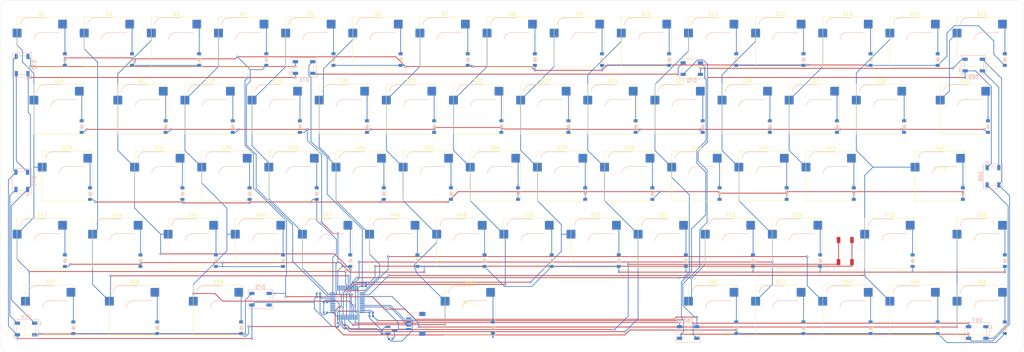
<source format=kicad_pcb>
(kicad_pcb (version 20240108) (generator "pcbnew") (generator_version "8.0")
  (layers (0 "F.Cu" signal) (31 "B.Cu" signal) (34 "B.Paste" user) (35 "F.Paste" user) (36 "B.SilkS" user "B.Silkscreen") (37 "F.SilkS" user "F.Silkscreen") (38 "B.Mask" user) (39 "F.Mask" user) (44 "Edge.Cuts" user))
  (net 0 "")
  (net 1 "GND")
  (net 2 "/NRST")
  (net 3 "+5V")
  (net 4 "+3.3V")
  (net 5 "Net-(D1-A)")
  (net 6 "Row0")
  (net 7 "Net-(D2-A)")
  (net 8 "Net-(D3-A)")
  (net 9 "Net-(D4-A)")
  (net 10 "Net-(D5-A)")
  (net 11 "Net-(D6-A)")
  (net 12 "Net-(D7-A)")
  (net 13 "Net-(D8-A)")
  (net 14 "Net-(D9-A)")
  (net 15 "Net-(D10-A)")
  (net 16 "Net-(D11-A)")
  (net 17 "Net-(D12-A)")
  (net 18 "Net-(D13-A)")
  (net 19 "Net-(D14-A)")
  (net 20 "Net-(D15-A)")
  (net 21 "Row1")
  (net 22 "Net-(D16-A)")
  (net 23 "Net-(D17-A)")
  (net 24 "Net-(D18-A)")
  (net 25 "Net-(D19-A)")
  (net 26 "Net-(D20-A)")
  (net 27 "Net-(D21-A)")
  (net 28 "Net-(D22-A)")
  (net 29 "Net-(D23-A)")
  (net 30 "Net-(D24-A)")
  (net 31 "Net-(D25-A)")
  (net 32 "Net-(D26-A)")
  (net 33 "Net-(D27-A)")
  (net 34 "Net-(D28-A)")
  (net 35 "Net-(D29-A)")
  (net 36 "Row2")
  (net 37 "Net-(D30-A)")
  (net 38 "Net-(D31-A)")
  (net 39 "Net-(D32-A)")
  (net 40 "Net-(D33-A)")
  (net 41 "Net-(D34-A)")
  (net 42 "Net-(D35-A)")
  (net 43 "Net-(D36-A)")
  (net 44 "Net-(D37-A)")
  (net 45 "Net-(D38-A)")
  (net 46 "Net-(D39-A)")
  (net 47 "Net-(D40-A)")
  (net 48 "Net-(D41-A)")
  (net 49 "Net-(D42-A)")
  (net 50 "Net-(D43-A)")
  (net 51 "Row3")
  (net 52 "Net-(D44-A)")
  (net 53 "Net-(D45-A)")
  (net 54 "Net-(D46-A)")
  (net 55 "Net-(D47-A)")
  (net 56 "Net-(D48-A)")
  (net 57 "Net-(D49-A)")
  (net 58 "Net-(D50-A)")
  (net 59 "Net-(D51-A)")
  (net 60 "Net-(D52-A)")
  (net 61 "Net-(D53-A)")
  (net 62 "Net-(D54-A)")
  (net 63 "Net-(D55-A)")
  (net 64 "Net-(D56-A)")
  (net 65 "Row4")
  (net 66 "Net-(D57-A)")
  (net 67 "Net-(D58-A)")
  (net 68 "Net-(D59-A)")
  (net 69 "Net-(D60-A)")
  (net 70 "Net-(D61-A)")
  (net 71 "Net-(D62-A)")
  (net 72 "Net-(D63-A)")
  (net 73 "Net-(D64-A)")
  (net 74 "Net-(D65-A)")
  (net 75 "WS2812_DIN")
  (net 76 "Net-(D66-DOUT)")
  (net 77 "Net-(D67-DOUT)")
  (net 78 "Net-(D68-DOUT)")
  (net 79 "Net-(D69-DOUT)")
  (net 80 "Net-(D70-DOUT)")
  (net 81 "Net-(D71-DOUT)")
  (net 82 "Net-(D72-DOUT)")
  (net 83 "Net-(D73-DOUT)")
  (net 84 "Net-(D74-DOUT)")
  (net 86 "/MCU_D+")
  (net 87 "/MCU_D-")
  (net 88 "/BOOT0")
  (net 89 "Col0")
  (net 90 "Col1")
  (net 91 "Col2")
  (net 92 "Col3")
  (net 93 "Col4")
  (net 94 "Col5")
  (net 95 "Col6")
  (net 96 "Col7")
  (net 97 "Col8")
  (net 98 "Col9")
  (net 99 "Col10")
  (net 100 "Col11")
  (net 101 "Col12")
  (net 102 "Col13")
  (net 103 "Col14")
  (net 104 "/A8")
  (net 105 "/A7")
  (net 106 "/C15")
  (net 107 "/A10")
  (net 108 "/B15")
  (net 109 "/A14")
  (net 110 "/A5")
  (net 111 "/F1")
  (net 112 "/A13")
  (net 113 "/C13")
  (net 114 "/A9")
  (net 115 "/C14")
  (net 116 "/A6")
  (net 117 "/F0")
  (footprint "ScottoKeebs_Hotswap:Hotswap_MX_1.00u" (layer "F.Cu") (at 152.4 38.1)
    (property "Reference" "S7")
    (property "Value" "Keyswitch")
  )
  (footprint "ScottoKeebs_Hotswap:Hotswap_MX_1.00u" (layer "F.Cu") (at 38.1 95.25)
    (property "Reference" "S43")
    (property "Value" "Keyswitch")
  )
  (footprint "ScottoKeebs_Hotswap:Hotswap_MX_1.75u" (layer "F.Cu") (at 278.6063 95.25)
    (property "Reference" "S55")
    (property "Value" "Keyswitch")
  )
  (footprint "ScottoKeebs_Hotswap:Hotswap_MX_1.00u" (layer "F.Cu") (at 104.775 57.15)
    (property "Reference" "S19")
    (property "Value" "Keyswitch")
  )
  (footprint "ScottoKeebs_Components:Button_TL3342" (layer "F.Cu") (at 266 97.5 -90)
    (property "Reference" "SW1" (hide yes))
    (property "Value" "SW_Push")
  )
  (footprint "ScottoKeebs_Hotswap:Hotswap_MX_1.00u" (layer "F.Cu") (at 233.3625 95.25)
    (property "Reference" "S53")
    (property "Value" "Keyswitch")
  )
  (footprint "ScottoKeebs_Hotswap:Hotswap_MX_2.25u" (layer "F.Cu") (at 292.8938 76.2)
    (property "Reference" "S42")
    (property "Value" "Keyswitch")
  )
  (footprint "ScottoKeebs_Hotswap:Hotswap_MX_1.00u" (layer "F.Cu") (at 161.925 57.15)
    (property "Reference" "S22")
    (property "Value" "Keyswitch")
  )
  (footprint "ScottoKeebs_Hotswap:Hotswap_MX_1.00u" (layer "F.Cu") (at 285.75 38.1)
    (property "Reference" "S14")
    (property "Value" "Keyswitch")
  )
  (footprint "ScottoKeebs_Hotswap:Hotswap_MX_1.00u" (layer "F.Cu") (at 123.825 57.15)
    (property "Reference" "S20")
    (property "Value" "Keyswitch")
  )
  (footprint "ScottoKeebs_Hotswap:Hotswap_MX_1.00u" (layer "F.Cu") (at 266.7 114.3)
    (property "Reference" "S63")
    (property "Value" "Keyswitch")
  )
  (footprint "ScottoKeebs_Hotswap:Hotswap_MX_1.25u" (layer "F.Cu") (at 40.4813 114.3)
    (property "Reference" "S57")
    (property "Value" "Keyswitch")
  )
  (footprint "ScottoKeebs_Hotswap:Hotswap_MX_1.00u" (layer "F.Cu") (at 209.55 38.1)
    (property "Reference" "S10")
    (property "Value" "Keyswitch")
  )
  (footprint "ScottoKeebs_Hotswap:Hotswap_MX_1.00u" (layer "F.Cu") (at 257.175 57.15)
    (property "Reference" "S27")
    (property "Value" "Keyswitch")
  )
  (footprint "ScottoKeebs_Hotswap:Hotswap_MX_1.00u" (layer "F.Cu") (at 228.6 114.3)
    (property "Reference" "S61")
    (property "Value" "Keyswitch")
  )
  (footprint "ScottoKeebs_Hotswap:Hotswap_MX_1.00u" (layer "F.Cu") (at 228.6 38.1)
    (property "Reference" "S11")
    (property "Value" "Keyswitch")
  )
  (footprint "ScottoKeebs_Hotswap:Hotswap_MX_1.00u" (layer "F.Cu") (at 214.3125 95.25)
    (property "Reference" "S52")
    (property "Value" "Keyswitch")
  )
  (footprint "ScottoKeebs_Stabilizer:Stabilizer_MX_2.00u" (layer "F.Cu") (at 292.8938 76.2)
    (property "Reference" "REF2")
    (property "Value" "Stabilizer_MX_2.00u")
  )
  (footprint "ScottoKeebs_Hotswap:Hotswap_MX_1.00u" (layer "F.Cu") (at 252.4125 95.25)
    (property "Reference" "S54")
    (property "Value" "Keyswitch")
  )
  (footprint "ScottoKeebs_Hotswap:Hotswap_MX_1.25u" (layer "F.Cu") (at 59.5313 95.25)
    (property "Reference" "S44")
    (property "Value" "Keyswitch")
  )
  (footprint "ScottoKeebs_Hotswap:Hotswap_MX_1.00u" (layer "F.Cu") (at 247.65 114.3)
    (property "Reference" "S62")
    (property "Value" "Keyswitch")
  )
  (footprint "ScottoKeebs_Hotswap:Hotswap_MX_1.00u" (layer "F.Cu") (at 247.65 38.1)
    (property "Reference" "S12")
    (property "Value" "Keyswitch")
  )
  (footprint "ScottoKeebs_Hotswap:Hotswap_MX_1.00u" (layer "F.Cu") (at 204.7875 76.2)
    (property "Reference" "S38")
    (property "Value" "Keyswitch")
  )
  (footprint "ScottoKeebs_Hotswap:Hotswap_MX_1.00u" (layer "F.Cu") (at 76.2 38.1)
    (property "Reference" "S3")
    (property "Value" "Keyswitch")
  )
  (footprint "ScottoKeebs_Hotswap:Hotswap_MX_1.00u" (layer "F.Cu") (at 304.8 38.1)
    (property "Reference" "S15")
    (property "Value" "Keyswitch")
  )
  (footprint "ScottoKeebs_Hotswap:Hotswap_MX_1.00u" (layer "F.Cu") (at 142.875 57.15)
    (property "Reference" "S21")
    (property "Value" "Keyswitch")
  )
  (footprint "ScottoKeebs_Hotswap:Hotswap_MX_1.00u" (layer "F.Cu") (at 38.1 38.1)
    (property "Reference" "S1")
    (property "Value" "Keyswitch")
  )
  (footprint "ScottoKeebs_Hotswap:Hotswap_MX_1.00u" (layer "F.Cu") (at 195.2625 95.25)
    (property "Reference" "S51")
    (property "Value" "Keyswitch")
  )
  (footprint "ScottoKeebs_Hotswap:Hotswap_MX_1.00u" (layer "F.Cu") (at 200.025 57.15)
    (property "Reference" "S24")
    (property "Value" "Keyswitch")
  )
  (footprint "ScottoKeebs_Hotswap:Hotswap_MX_1.50u" (layer "F.Cu") (at 300.0375 57.15)
    (property "Reference" "S29")
    (property "Value" "Keyswitch")
  )
  (footprint "ScottoKeebs_Hotswap:Hotswap_MX_1.00u" (layer "F.Cu") (at 285.75 114.3)
    (property "Reference" "S64")
    (property "Value" "Keyswitch")
  )
  (footprint "ScottoKeebs_Hotswap:Hotswap_MX_1.00u" (layer "F.Cu") (at 109.5375 76.2)
    (property "Reference" "S33")
    (property "Value" "Keyswitch")
  )
  (footprint "ScottoKeebs_Hotswap:Hotswap_MX_1.00u" (layer "F.Cu") (at 85.725 57.15)
    (property "Reference" "S18")
    (property "Value" "Keyswitch")
  )
  (footprint "ScottoKeebs_Hotswap:Hotswap_MX_1.00u" (layer "F.Cu") (at 80.9625 95.25)
    (property "Reference" "S45")
    (property "Value" "Keyswitch")
  )
  (footprint "ScottoKeebs_Hotswap:Hotswap_MX_1.25u" (layer "F.Cu") (at 88.1063 114.3)
    (property "Reference" "S59")
    (property "Value" "Keyswitch")
  )
  (footprint "ScottoKeebs_Hotswap:Hotswap_MX_1.00u" (layer "F.Cu") (at 276.225 57.15)
    (property "Reference" "S28")
    (property "Value" "Keyswitch")
  )
  (footprint "ScottoKeebs_Hotswap:Hotswap_MX_1.00u" (layer "F.Cu") (at 261.9375 76.2)
    (property "Reference" "S41")
    (property "Value" "Keyswitch")
  )
  (footprint "ScottoKeebs_Hotswap:Hotswap_MX_1.00u" (layer "F.Cu") (at 171.45 38.1)
    (property "Reference" "S8")
    (property "Value" "Keyswitch")
  )
  (footprint "ScottoKeebs_Hotswap:Hotswap_MX_1.00u" (layer "F.Cu") (at 242.8875 76.2)
    (property "Reference" "S40")
    (property "Value" "Keyswitch")
  )
  (footprint "ScottoKeebs_Hotswap:Hotswap_MX_1.00u" (layer "F.Cu") (at 128.5875 76.2)
    (property "Reference" "S34")
    (property "Value" "Keyswitch")
  )
  (footprint "ScottoKeebs_Hotswap:Hotswap_MX_1.00u" (layer "F.Cu") (at 304.8 114.3)
    (property "Reference" "S65")
    (property "Value" "Keyswitch")
  )
  (footprint "ScottoKeebs_Hotswap:Hotswap_MX_1.00u" (layer "F.Cu") (at 166.6875 76.2)
    (property "Reference" "S36")
    (property "Value" "Keyswitch")
  )
  (footprint "ScottoKeebs_Hotswap:Hotswap_MX_1.00u" (layer "F.Cu") (at 238.125 57.15)
    (property "Reference" "S26")
    (property "Value" "Keyswitch")
  )
  (footprint "ScottoKeebs_Hotswap:Hotswap_MX_1.00u" (layer "F.Cu") (at 157.1625 95.25)
    (property "Reference" "S49")
    (property "Value" "Keyswitch")
  )
  (footprint "ScottoKeebs_Hotswap:Hotswap_MX_1.00u" (layer "F.Cu") (at 114.3 38.1)
    (property "Reference" "S5")
    (property "Value" "Keyswitch")
  )
  (footprint "ScottoKeebs_Hotswap:Hotswap_MX_1.00u" (layer "F.Cu") (at 95.25 38.1)
    (property "Reference" "S4")
    (property "Value" "Keyswitch")
  )
  (footprint "ScottoKeebs_Hotswap:Hotswap_MX_1.00u" (layer "F.Cu") (at 57.15 38.1)
    (property "Reference" "S2")
    (property "Value" "Keyswitch")
  )
  (footprint "ScottoKeebs_Stabilizer:Stabilizer_MX_6.25u" (layer "F.Cu") (at 159.5438 114.3)
    (property "Reference" "REF1")
    (property "Value" "Stabilizer_MX_6.25u")
  )
  (footprint "ScottoKeebs_Hotswap:Hotswap_MX_1.00u" (layer "F.Cu") (at 185.7375 76.2)
    (property "Reference" "S37")
    (property "Value" "Keyswitch")
  )
  (footprint "ScottoKeebs_Hotswap:Hotswap_MX_1.00u" (layer "F.Cu") (at 138.1125 95.25)
    (property "Reference" "S48")
    (property "Value" "Keyswitch")
  )
  (footprint "ScottoKeebs_Hotswap:Hotswap_MX_1.00u" (layer "F.Cu") (at 219.075 57.15)
    (property "Reference" "S25")
    (property "Value" "Keyswitch")
  )
  (footprint "ScottoKeebs_Hotswap:Hotswap_MX_1.00u" (layer "F.Cu") (at 71.4375 76.2)
    (property "Reference" "S31")
    (property "Value" "Keyswitch")
  )
  (footprint "ScottoKeebs_Hotswap:Hotswap_MX_1.75u" (layer "F.Cu") (at 45.2438 76.2)
    (property "Reference" "S30")
    (property "Value" "Keyswitch")
  )
  (footprint "ScottoKeebs_Hotswap:Hotswap_MX_1.00u" (layer "F.Cu") (at 190.5 38.1)
    (property "Reference" "S9")
    (property "Value" "Keyswitch")
  )
  (footprint "ScottoKeebs_Hotswap:Hotswap_MX_1.00u" (layer "F.Cu") (at 66.675 57.15)
    (property "Reference" "S17")
    (property "Value" "Keyswitch")
  )
  (footprint "ScottoKeebs_Hotswap:Hotswap_MX_1.00u" (layer "F.Cu") (at 90.4875 76.2)
    (property "Reference" "S32")
    (property "Value" "Keyswitch")
  )
  (footprint "ScottoKeebs_Hotswap:Hotswap_MX_1.00u" (layer "F.Cu") (at 133.35 38.1)
    (property "Reference" "S6")
    (property "Value" "Keyswitch")
  )
  (footprint "ScottoKeebs_Hotswap:Hotswap_MX_1.50u" (layer "F.Cu") (at 42.8625 57.15)
    (property "Reference" "S16")
    (property "Value" "Keyswitch")
  )
  (footprint "ScottoKeebs_Hotswap:Hotswap_MX_1.00u" (layer "F.Cu") (at 176.2125 95.25)
    (property "Reference" "S50")
    (property "Value" "Keyswitch")
  )
  (footprint "ScottoKeebs_Hotswap:Hotswap_MX_1.00u" (layer "F.Cu") (at 223.8375 76.2)
    (property "Reference" "S39")
    (property "Value" "Keyswitch")
  )
  (footprint "ScottoKeebs_Hotswap:Hotswap_MX_1.00u" (layer "F.Cu") (at 100.0125 95.25)
    (property "Reference" "S46")
    (property "Value" "Keyswitch")
  )
  (footprint "ScottoKeebs_Hotswap:Hotswap_MX_6.25u" (layer "F.Cu") (at 159.5438 114.3)
    (property "Reference" "S60")
    (property "Value" "Keyswitch")
  )
  (footprint "ScottoKeebs_Hotswap:Hotswap_MX_1.00u" (layer "F.Cu") (at 304.8 95.25)
    (property "Reference" "S56")
    (property "Value" "Keyswitch")
  )
  (footprint "ScottoKeebs_Hotswap:Hotswap_MX_1.00u" (layer "F.Cu") (at 119.0625 95.25)
    (property "Reference" "S47")
    (property "Value" "Keyswitch")
  )
  (footprint "ScottoKeebs_Hotswap:Hotswap_MX_1.25u" (layer "F.Cu") (at 64.2938 114.3)
    (property "Reference" "S58")
    (property "Value" "Keyswitch")
  )
  (footprint "ScottoKeebs_Hotswap:Hotswap_MX_1.00u" (layer "F.Cu") (at 180.975 57.15)
    (property "Reference" "S23")
    (property "Value" "Keyswitch")
  )
  (footprint "ScottoKeebs_Hotswap:Hotswap_MX_1.00u" (layer "F.Cu") (at 147.6375 76.2)
    (property "Reference" "S35")
    (property "Value" "Keyswitch")
  )
  (footprint "ScottoKeebs_Hotswap:Hotswap_MX_1.00u" (layer "F.Cu") (at 266.7 38.1)
    (property "Reference" "S13")
    (property "Value" "Keyswitch")
  )
  (footprint "ScottoKeebs_Components:Diode_SOD-123" (layer "B.Cu") (at 149.375 62.15 90)
    (property "Reference" "D21" (hide yes))
    (property "Value" "Diode")
  )
  (footprint "ScottoKeebs_Components:Diode_SOD-123" (layer "B.Cu") (at 77.9375 81.2 90)
    (property "Reference" "D31" (hide yes))
    (property "Value" "Diode")
  )
  (footprint "ScottoKeebs_Components:Diode_SOD-123" (layer "B.Cu") (at 125.5625 100.25 90)
    (property "Reference" "D47" (hide yes))
    (property "Value" "Diode")
  )
  (footprint "ScottoKeebs_Components:Diode_SOD-123" (layer "B.Cu") (at 244.625 62.15 90)
    (property "Reference" "D26" (hide yes))
    (property "Value" "Diode")
  )
  (footprint "ScottoKeebs_Components:Capacitor_0402" (layer "B.Cu") (at 116.5 110.5)
    (property "Reference" "C14" (hide yes))
    (property "Value" "10nF")
  )
  (footprint "ScottoKeebs_Components:Capacitor_0402" (layer "B.Cu") (at 122 118.52 90)
    (property "Reference" "C13" (hide yes))
    (property "Value" "100nF")
  )
  (footprint "ScottoKeebs_Components:Diode_SOD-123" (layer "B.Cu") (at 225.575 62.15 90)
    (property "Reference" "D25" (hide yes))
    (property "Value" "Diode")
  )
  (footprint "ScottoKeebs_Components:Diode_SOD-123" (layer "B.Cu") (at 292.25 119.3 90)
    (property "Reference" "D64" (hide yes))
    (property "Value" "Diode")
  )
  (footprint "ScottoKeebs_Components:Diode_SOD-123" (layer "B.Cu") (at 192.2375 81.2 90)
    (property "Reference" "D37" (hide yes))
    (property "Value" "Diode")
  )
  (footprint "ScottoKeebs_Components:Package_LQFP-48_7x7mm_P0.5" (layer "B.Cu") (at 124.75 112.1625)
    (property "Reference" "U1" (hide yes))
    (property "Value" "STM32F072CBT6" (hide yes))
  )
  (footprint "ScottoKeebs_Components:Diode_SOD-123" (layer "B.Cu") (at 49.3625 62.15 90)
    (property "Reference" "D16" (hide yes))
    (property "Value" "Diode")
  )
  (footprint "ScottoKeebs_Components:Diode_SOD-123" (layer "B.Cu") (at 235.1 119.3 90)
    (property "Reference" "D61" (hide yes))
    (property "Value" "Diode")
  )
  (footprint "ScottoKeebs_Components:Diode_SOD-123" (layer "B.Cu") (at 144.6125 100.25 90)
    (property "Reference" "D48" (hide yes))
    (property "Value" "Diode")
  )
  (footprint "ScottoKeebs_Components:Diode_SOD-123" (layer "B.Cu") (at 177.95 43.1 90)
    (property "Reference" "D8" (hide yes))
    (property "Value" "Diode")
  )
  (footprint "ScottoKeebs_Components:Diode_SOD-123" (layer "B.Cu") (at 46.9813 119.3 90)
    (property "Reference" "D57" (hide yes))
    (property "Value" "Diode")
  )
  (footprint "ScottoKeebs_Components:Diode_SOD-123" (layer "B.Cu") (at 268.4375 81.2 90)
    (property "Reference" "D41" (hide yes))
    (property "Value" "Diode")
  )
  (footprint "ScottoKeebs_Components:Capacitor_0402" (layer "B.Cu") (at 128.97 107 -90)
    (property "Reference" "C11" (hide yes))
    (property "Value" "100nF")
  )
  (footprint "ScottoKeebs_Components:Diode_SOD-123" (layer "B.Cu") (at 311.3 43.1 90)
    (property "Reference" "D15" (hide yes))
    (property "Value" "Diode")
  )
  (footprint "ScottoKeebs_Components:Capacitor_0402" (layer "B.Cu") (at 134.5 120.5 -90)
    (property "Reference" "C9" (hide yes))
    (property "Value" "1uF")
  )
  (footprint "ScottoKeebs_Components:Voltage_SOT-23" (layer "B.Cu") (at 137.175 120)
    (property "Reference" "U3" (hide yes))
    (property "Value" "XC6206")
  )
  (footprint "ScottoKeebs_Components:Diode_SOD-123" (layer "B.Cu") (at 70.7938 119.3 90)
    (property "Reference" "D58" (hide yes))
    (property "Value" "Diode")
  )
  (footprint "ScottoKeebs_Components:Diode_SOD-123" (layer "B.Cu") (at 94.6063 119.3 90)
    (property "Reference" "D59" (hide yes))
    (property "Value" "Diode")
  )
  (footprint "ScottoKeebs_Components:Diode_SOD-123" (layer "B.Cu") (at 201.7625 100.25 90)
    (property "Reference" "D51" (hide yes))
    (property "Value" "Diode")
  )
  (footprint "ScottoKeebs_Components:Diode_SOD-123" (layer "B.Cu") (at 66.0313 100.25 90)
    (property "Reference" "D44" (hide yes))
    (property "Value" "Diode")
  )
  (footprint "ScottoKeebs_Components:Diode_SOD-123" (layer "B.Cu") (at 92.225 62.15 90)
    (property "Reference" "D18" (hide yes))
    (property "Value" "Diode")
  )
  (footprint "LED_SMD:LED_WS2812B_PLCC4_5.0x5.0mm_P3.2mm" (layer "B.Cu") (at 222.45 45.65)
    (property "Reference" "D70")
    (property "Value" "WS2812B")
  )
  (footprint "LED_SMD:LED_WS2812B_PLCC4_5.0x5.0mm_P3.2mm" (layer "B.Cu") (at 307.9125 76.2687 -90)
    (property "Reference" "D68")
    (property "Value" "WS2812B")
  )
  (footprint "ScottoKeebs_Components:Diode_SOD-123" (layer "B.Cu") (at 154.1375 81.2 90)
    (property "Reference" "D35" (hide yes))
    (property "Value" "Diode")
  )
  (footprint "ScottoKeebs_Components:Diode_SOD-123" (layer "B.Cu") (at 82.7 43.1 90)
    (property "Reference" "D3" (hide yes))
    (property "Value" "Diode")
  )
  (footprint "LED_SMD:LED_WS2812B_PLCC4_5.0x5.0mm_P3.2mm" (layer "B.Cu") (at 100.0813 111.1875 180)
    (property "Reference" "D75")
    (property "Value" "WS2812B")
  )
  (footprint "LED_SMD:LED_WS2812B_PLCC4_5.0x5.0mm_P3.2mm" (layer "B.Cu") (at 112.45 45.35)
    (property "Reference" "D71")
    (property "Value" "WS2812B")
  )
  (footprint "ScottoKeebs_Components:Diode_SOD-123" (layer "B.Cu") (at 87.4625 100.25 90)
    (property "Reference" "D45" (hide yes))
    (property "Value" "Diode")
  )
  (footprint "ScottoKeebs_Components:Diode_SOD-123" (layer "B.Cu") (at 182.7125 100.25 90)
    (property "Reference" "D50" (hide yes))
    (property "Value" "Diode")
  )
  (footprint "ScottoKeebs_Components:Resistor_0402" (layer "B.Cu") (at 124 119.01 90)
    (property "Reference" "R1" (hide yes))
    (property "Value" "10k" (hide yes))
  )
  (footprint "ScottoKeebs_Components:Capacitor_0402" (layer "B.Cu") (at 116.5 109.56)
    (property "Reference" "C15" (hide yes))
    (property "Value" "1uF")
  )
  (footprint "ScottoKeebs_Components:Diode_SOD-123" (layer "B.Cu") (at 120.8 43.1 90)
    (property "Reference" "D5" (hide yes))
    (property "Value" "Diode")
  )
  (footprint "ScottoKeebs_Components:Diode_SOD-123" (layer "B.Cu") (at 249.3875 81.2 90)
    (property "Reference" "D40" (hide yes))
    (property "Value" "Diode")
  )
  (footprint "ScottoKeebs_Components:Diode_SOD-123" (layer "B.Cu") (at 163.6625 100.25 90)
    (property "Reference" "D49" (hide yes))
    (property "Value" "Diode")
  )
  (footprint "ScottoKeebs_Components:Diode_SOD-123" (layer "B.Cu") (at 239.8625 100.25 90)
    (property "Reference" "D53" (hide yes))
    (property "Value" "Diode")
  )
  (footprint "ScottoKeebs_Components:Capacitor_0402" (layer "B.Cu") (at 118.52 112 180)
    (property "Reference" "C7" (hide yes))
    (property "Value" "100nF")
  )
  (footprint "ScottoKeebs_Components:Diode_SOD-123" (layer "B.Cu") (at 216.05 43.1 90)
    (property "Reference" "D10" (hide yes))
    (property "Value" "Diode")
  )
  (footprint "ScottoKeebs_Components:Diode_SOD-123" (layer "B.Cu") (at 168.425 62.15 90)
    (property "Reference" "D22" (hide yes))
    (property "Value" "Diode")
  )
  (footprint "ScottoKeebs_Components:Diode_SOD-123" (layer "B.Cu") (at 306.5375 62.15 90)
    (property "Reference" "D29" (hide yes))
    (property "Value" "Diode")
  )
  (footprint "ScottoKeebs_Components:Diode_SOD-123" (layer "B.Cu") (at 73.175 62.15 90)
    (property "Reference" "D17" (hide yes))
    (property "Value" "Diode")
  )
  (footprint "ScottoKeebs_Components:Diode_SOD-123" (layer "B.Cu") (at 63.65 43.1 90)
    (property "Reference" "D2" (hide yes))
    (property "Value" "Diode")
  )
  (footprint "ScottoKeebs_Components:Capacitor_0402" (layer "B.Cu") (at 131.5 115 180)
    (property "Reference" "C16" (hide yes))
    (property "Value" "100nF")
  )
  (footprint "ScottoKeebs_Components:Capacitor_0402" (layer "B.Cu") (at 118.5 115)
    (property "Reference" "C10" (hide yes))
    (property "Value" "100nF")
  )
  (footprint "ScottoKeebs_Components:Capacitor_0402" (layer "B.Cu") (at 131.5 115.97 180)
    (property "Reference" "C17" (hide yes))
    (property "Value" "4.7uF")
  )
  (footprint "ScottoKeebs_Components:Capacitor_0402" (layer "B.Cu") (at 130 107 -90)
    (property "Reference" "C12" (hide yes))
    (property "Value" "4.7uF")
  )
  (footprint "ScottoKeebs_Components:Diode_SOD-123" (layer "B.Cu") (at 258.9125 100.25 90)
    (property "Reference" "D54" (hide yes))
    (property "Value" "Diode")
  )
  (footprint "LED_SMD:LED_WS2812B_PLCC4_5.0x5.0mm_P3.2mm" (layer "B.Cu") (at 303.45 120.65 180)
    (property "Reference" "D67")
    (property "Value" "WS2812B")
  )
  (footprint "ScottoKeebs_Components:Diode_SOD-123" (layer "B.Cu") (at 273.2 43.1 90)
    (property "Reference" "D13" (hide yes))
    (property "Value" "Diode")
  )
  (footprint "ScottoKeebs_Components:Diode_SOD-123" (layer "B.Cu") (at 106.5125 100.25 90)
    (property "Reference" "D46" (hide yes))
    (property "Value" "Diode")
  )
  (footprint "LED_SMD:LED_WS2812B_PLCC4_5.0x5.0mm_P3.2mm" (layer "B.Cu") (at 302.45 44.65)
    (property "Reference" "D69")
    (property "Value" "WS2812B")
  )
  (footprint "ScottoKeebs_Components:Diode_SOD-123" (layer "B.Cu") (at 263.675 62.15 90)
    (property "Reference" "D27" (hide yes))
    (property "Value" "Diode")
  )
  (footprint "ScottoKeebs_Components:Diode_SOD-123" (layer "B.Cu") (at 139.85 43.1 90)
    (property "Reference" "D6" (hide yes))
    (property "Value" "Diode")
  )
  (footprint "ScottoKeebs_Components:Diode_SOD-123" (layer "B.Cu") (at 220.8125 100.25 90)
    (property "Reference" "D52" (hide yes))
    (property "Value" "Diode")
  )
  (footprint "ScottoKeebs_Components:Diode_SOD-123" (layer "B.Cu") (at 311.3 100.25 90)
    (property "Reference" "D56" (hide yes))
    (property "Value" "Diode")
  )
  (footprint "ScottoKeebs_Components:Capacitor_0402" (layer "B.Cu") (at 137.02 122.5 180)
    (property "Reference" "C8" (hide yes))
    (property "Value" "1uF")
  )
  (footprint "ScottoKeebs_Components:Diode_SOD-123" (layer "B.Cu") (at 111.275 62.15 90)
    (property "Reference" "D19" (hide yes))
    (property "Value" "Diode")
  )
  (footprint "ScottoKeebs_Components:Diode_SOD-123" (layer "B.Cu") (at 282.725 62.15 90)
    (property "Reference" "D28" (hide yes))
    (property "Value" "Diode")
  )
  (footprint "ScottoKeebs_Components:Diode_SOD-123" (layer "B.Cu") (at 292.25 43.1 90)
    (property "Reference" "D14" (hide yes))
    (property "Value" "Diode")
  )
  (footprint "Connector_JST:JST_SH_SM04B-SRSS-TB_1x04-1MP_P1.00mm_Horizontal" (layer "B.Cu") (at 144.125 118.1812 -90)
    (property "Reference" "J1")
    (property "Value" "Conn_01x04_Socket")
  )
  (footprint "ScottoKeebs_Components:Diode_SOD-123" (layer "B.Cu") (at 96.9875 81.2 90)
    (property "Reference" "D32" (hide yes))
    (property "Value" "Diode")
  )
  (footprint "ScottoKeebs_Components:Diode_SOD-123" (layer "B.Cu") (at 285.1063 100.25 90)
    (property "Reference" "D55" (hide yes))
    (property "Value" "Diode")
  )
  (footprint "ScottoKeebs_Components:Diode_SOD-123" (layer "B.Cu") (at 44.6 100.25 90)
    (property "Reference" "D43" (hide yes))
    (property "Value" "Diode")
  )
  (footprint "LED_SMD:LED_WS2812B_PLCC4_5.0x5.0mm_P3.2mm" (layer "B.Cu") (at 33.55 119.65 180)
    (property "Reference" "D74")
    (property "Value" "WS2812B")
  )
  (footprint "ScottoKeebs_Components:Diode_SOD-123" (layer "B.Cu") (at 116.0375 81.2 90)
    (property "Reference" "D33" (hide yes))
    (property "Value" "Diode")
  )
  (footprint "ScottoKeebs_Components:Diode_SOD-123" (layer "B.Cu") (at 173.1875 81.2 90)
    (property "Reference" "D36" (hide yes))
    (property "Value" "Diode")
  )
  (footprint "ScottoKeebs_Components:Diode_SOD-123" (layer "B.Cu") (at 101.75 43.1 90)
    (property "Reference" "D4" (hide yes))
    (property "Value" "Diode")
  )
  (footprint "ScottoKeebs_Components:Diode_SOD-123" (layer "B.Cu") (at 135.0875 81.2 90)
    (property "Reference" "D34" (hide yes))
    (property "Value" "Diode")
  )
  (footprint "ScottoKeebs_Components:Diode_SOD-123" (layer "B.Cu") (at 311.3 119.3 90)
    (property "Reference" "D65" (hide yes))
    (property "Value" "Diode")
  )
  (footprint "ScottoKeebs_Components:Diode_SOD-123" (layer "B.Cu") (at 187.475 62.15 90)
    (property "Reference" "D23" (hide yes))
    (property "Value" "Diode")
  )
  (footprint "ScottoKeebs_Components:Diode_SOD-123" (layer "B.Cu") (at 206.525 62.15 90)
    (property "Reference" "D24" (hide yes))
    (property "Value" "Diode")
  )
  (footprint "ScottoKeebs_Components:Diode_SOD-123" (layer "B.Cu") (at 166.0438 119.3 90)
    (property "Reference" "D60" (hide yes))
    (property "Value" "Diode")
  )
  (footprint "ScottoKeebs_Components:Diode_SOD-123" (layer "B.Cu") (at 158.9 43.1 90)
    (property "Reference" "D7" (hide yes))
    (property "Value" "Diode")
  )
  (footprint "ScottoKeebs_Components:Diode_SOD-123" (layer "B.Cu") (at 235.1 43.1 90)
    (property "Reference" "D11" (hide yes))
    (property "Value" "Diode")
  )
  (footprint "ScottoKeebs_Components:Diode_SOD-123" (layer "B.Cu") (at 44.6 43.1 90)
    (property "Reference" "D1" (hide yes))
    (property "Value" "Diode")
  )
  (footprint "LED_SMD:LED_WS2812B_PLCC4_5.0x5.0mm_P3.2mm" (layer "B.Cu") (at 221.45 120.65 180)
    (property "Reference" "D66")
    (property "Value" "WS2812B")
  )
  (footprint "LED_SMD:LED_WS2812B_PLCC4_5.0x5.0mm_P3.2mm" (layer "B.Cu") (at 32.45 44.65 90)
    (property "Reference" "D72")
    (property "Value" "WS2812B")
  )
  (footprint "ScottoKeebs_Components:Diode_SOD-123" (layer "B.Cu") (at 273.2 119.3 90)
    (property "Reference" "D63" (hide yes))
    (property "Value" "Diode")
  )
  (footprint "ScottoKeebs_Components:Diode_SOD-123" (layer "B.Cu") (at 130.325 62.15 90)
    (property "Reference" "D20" (hide yes))
    (property "Value" "Diode")
  )
  (footprint "ScottoKeebs_Components:Diode_SOD-123" (layer "B.Cu") (at 254.15 43.1 90)
    (property "Reference" "D12" (hide yes))
    (property "Value" "Diode")
  )
  (footprint "ScottoKeebs_Components:Diode_SOD-123" (layer "B.Cu") (at 230.3375 81.2 90)
    (property "Reference" "D39" (hide yes))
    (property "Value" "Diode")
  )
  (footprint "ScottoKeebs_Components:Diode_SOD-123" (layer "B.Cu") (at 211.2875 81.2 90)
    (property "Reference" "D38" (hide yes))
    (property "Value" "Diode")
  )
  (footprint "ScottoKeebs_Components:Diode_SOD-123" (layer "B.Cu") (at 197 43.1 90)
    (property "Reference" "D9" (hide yes))
    (property "Value" "Diode")
  )
  (footprint "LED_SMD:LED_WS2812B_PLCC4_5.0x5.0mm_P3.2mm" (layer "B.Cu") (at 32.35 77.55 90)
    (property "Reference" "D73")
    (property "Value" "WS2812B")
  )
  (footprint "ScottoKeebs_Components:Diode_SOD-123" (layer "B.Cu") (at 254.15 119.3 90)
    (property "Reference" "D62" (hide yes))
    (property "Value" "Diode")
  )
  (footprint "ScottoKeebs_Components:Diode_SOD-123" (layer "B.Cu") (at 51.7438 81.2 90)
    (property "Reference" "D30" (hide yes))
    (property "Value" "Diode")
  )
  (footprint "ScottoKeebs_Components:Diode_SOD-123" (layer "B.Cu") (at 299.3938 81.2 90)
    (property "Reference" "D42" (hide yes))
    (property "Value" "Diode")
  )
  (gr_arc (start 316.70625 123.825) (mid 316.008798 125.508798) (end 314.325 126.20625) (stroke (width 0.05)) (layer "Edge.Cuts"))
  (gr_arc (start 28.575 126.20625) (mid 26.891202 125.508798) (end 26.19375 123.825) (stroke (width 0.05)) (layer "Edge.Cuts"))
  (gr_arc (start 26.19375 28.575) (mid 26.891202 26.891202) (end 28.575 26.19375) (stroke (width 0.05)) (layer "Edge.Cuts"))
  (gr_line (start 28.575 126.20625) (end 314.325 126.20625) (stroke (width 0.05)) (layer "Edge.Cuts"))
  (gr_line (start 26.19375 28.575) (end 26.19375 123.825) (stroke (width 0.05)) (layer "Edge.Cuts"))
  (gr_line (start 316.70625 123.825) (end 316.70625 28.575) (stroke (width 0.05)) (layer "Edge.Cuts"))
  (gr_arc (start 314.325 26.19375) (mid 316.008798 26.891202) (end 316.70625 28.575) (stroke (width 0.05)) (layer "Edge.Cuts"))
  (gr_line (start 314.325 26.19375) (end 28.575 26.19375) (stroke (width 0.05)) (layer "Edge.Cuts"))
  (segment (start 218.0893 117.0625) (end 217.856 117.2958) (width 0.2) (layer "F.Cu") (net 1))
  (segment (start 217.856 117.2958) (end 143.4161 117.2958) (width 0.2) (layer "F.Cu") (net 1))
  (segment (start 219.4068 121.1303) (end 301 121.1303) (width 0.2) (layer "F.Cu") (net 1))
  (segment (start 97.6313 122.3563) (end 31.1 122.3563) (width 0.2) (layer "F.Cu") (net 1))
  (segment (start 143.4161 117.2958) (end 133.3058 117.2958) (width 0.2) (layer "F.Cu") (net 1))
  (segment (start 220.1053 117.0625) (end 218.0893 117.0625) (width 0.2) (layer "F.Cu") (net 1))
  (via (at 133.3058 117.2958) (size 0.6) (drill 0.3) (layers "F.Cu" "B.Cu") (net 1))
  (via (at 97.6313 122.3563) (size 0.6) (drill 0.3) (layers "F.Cu" "B.Cu") (net 1))
  (via (at 301 121.1303) (size 0.6) (drill 0.3) (layers "F.Cu" "B.Cu") (net 1))
  (via (at 220.1053 117.0625) (size 0.6) (drill 0.3) (layers "F.Cu" "B.Cu") (net 1))
  (via (at 143.4161 117.2958) (size 0.6) (drill 0.3) (layers "F.Cu" "B.Cu") (net 1))
  (via (at 219.4068 121.1303) (size 0.6) (drill 0.3) (layers "F.Cu" "B.Cu") (net 1))
  (via (at 31.1 122.3563) (size 0.6) (drill 0.3) (layers "F.Cu" "B.Cu") (net 1))
  (segment (start 116.6226 68.4204) (end 116.4812 68.4204) (width 0.2) (layer "B.Cu") (net 1))
  (segment (start 143.2087 120.0848) (end 140.1557 123.1378) (width 0.2) (layer "B.Cu") (net 1))
  (segment (start 122.5271 116.2979) (end 122.5271 113.6706) (width 0.2) (layer "B.Cu") (net 1))
  (segment (start 127 107.1556) (end 127 108) (width 0.2) (layer "B.Cu") (net 1))
  (segment (start 30.7 75.1) (end 28.5682 77.2318) (width 0.2) (layer "B.Cu") (net 1))
  (segment (start 28.5682 118.7682) (end 31.1 121.3) (width 0.2) (layer "B.Cu") (net 1))
  (segment (start 136.2375 122.1975) (end 136.54 122.5) (width 0.2) (layer "B.Cu") (net 1))
  (segment (start 127.1017 112.7836) (end 127 112.6819) (width 0.2) (layer "B.Cu") (net 1))
  (segment (start 119.0864 70.9668) (end 119.0864 70.8842) (width 0.2) (layer "B.Cu") (net 1))
  (segment (start 122.6376 118.3624) (end 122 119) (width 0.2) (layer "B.Cu") (net 1))
  (segment (start 128.97 106.52) (end 127.6356 106.52) (width 0.2) (layer "B.Cu") (net 1))
  (segment (start 118.02 112.02) (end 118.02 115) (width 0.2) (layer "B.Cu") (net 1))
  (segment (start 309.5625 78.7187) (end 312.6386 81.7948) (width 0.2) (layer "B.Cu") (net 1))
  (segment (start 127.999 115.5357) (end 127.6621 115.1988) (width 0.2) (layer "B.Cu") (net 1))
  (segment (start 136.2375 120.95) (end 136.2375 122.1975) (width 0.2) (layer "B.Cu") (net 1))
  (segment (start 128.9125 114.4125) (end 128.9372 114.3878) (width 0.2) (layer "B.Cu") (net 1))
  (segment (start 116.02 110.5) (end 115.3989 111.1211) (width 0.2) (layer "B.Cu") (net 1))
  (segment (start 219.5153 116.4725) (end 219.5153 106.3012) (width 0.2) (layer "B.Cu") (net 1))
  (segment (start 123.7952 119.52) (end 122.6376 118.3624) (width 0.2) (layer "B.Cu") (net 1))
  (segment (start 136.2075 120.98) (end 136.2375 120.95) (width 0.2) (layer "B.Cu") (net 1))
  (segment (start 307.8194 123.0695) (end 301.7695 123.0695) (width 0.2) (layer "B.Cu") (net 1))
  (segment (start 301 122.3) (end 301 121.1303) (width 0.2) (layer "B.Cu") (net 1))
  (segment (start 226.5405 66.0856) (end 226.5405 48.8184) (width 0.2) (layer "B.Cu") (net 1))
  (segment (start 222.3686 91.2688) (end 226.397 87.2404) (width 0.2) (layer "B.Cu") (net 1))
  (segment (start 226.397 75.026) (end 223.8831 72.5121) (width 0.2) (layer "B.Cu") (net 1))
  (segment (start 119.0097 71.0435) (end 119.0864 70.9668) (width 0.2) (layer "B.Cu") (net 1))
  (segment (start 113.7976 44.8024) (end 114.9 43.7) (width 0.2) (layer "B.Cu") (net 1))
  (segment (start 29.9575 43.0425) (end 30.8 42.2) (width 0.2) (layer "B.Cu") (net 1))
  (segment (start 226.397 87.2404) (end 226.397 75.026) (width 0.2) (layer "B.Cu") (net 1))
  (segment (start 127.6621 115.1988) (end 127.39 115.1988) (width 0.2) (layer "B.Cu") (net 1))
  (segment (start 223.8831 68.743) (end 226.5405 66.0856) (width 0.2) (layer "B.Cu") (net 1))
  (segment (start 301.7695 123.0695) (end 301 122.3) (width 0.2) (layer "B.Cu") (net 1))
  (segment (start 124 119.52) (end 127.999 119.52) (width 0.2) (layer "B.Cu") (net 1))
  (segment (start 122.5 116.325) (end 122.5271 116.2979) (width 0.2) (layer "B.Cu") (net 1))
  (segment (start 115.3989 111.1211) (end 115.3989 112.0842) (width 0.2) (layer "B.Cu") (net 1))
  (segment (start 115.3989 112.0842) (end 115.3989 113.957) (width 0.2) (layer "B.Cu") (net 1))
  (segment (start 127.999 119.52) (end 133.04 119.52) (width 0.2) (layer "B.Cu") (net 1))
  (segment (start 131.3678 114.3878) (end 131.98 115) (width 0.2) (layer "B.Cu") (net 1))
  (segment (start 310.3463 77.9349) (end 309.5625 78.7187) (width 0.2) (layer "B.Cu") (net 1))
  (segment (start 119.0864 70.8842) (end 116.6226 68.4204) (width 0.2) (layer "B.Cu") (net 1))
  (segment (start 116.4812 68.4204) (end 114.4103 66.3495) (width 0.2) (layer "B.Cu") (net 1))
  (segment (start 122.6376 117.5308) (end 122.6376 118.3624) (width 0.2) (layer "B.Cu") (net 1))
  (segment (start 124 119.52) (end 123.7952 119.52) (width 0.2) (layer "B.Cu") (net 1))
  (segment (start 115.3989 113.957) (end 120.4419 119) (width 0.2) (layer "B.Cu") (net 1))
  (segment (start 220.1053 117.0625) (end 219.5153 116.4725) (width 0.2) (layer "B.Cu") (net 1))
  (segment (start 118.04 112) (end 118.02 112.02) (width 0.2) (layer "B.Cu") (net 1))
  (segment (start 30.7 75.1) (end 29.9575 74.3575) (width 0.2) (layer "B.Cu") (net 1))
  (segment (start 137.1778 123.1378) (end 136.54 122.5) (width 0.2) (layer "B.Cu") (net 1))
  (segment (start 127.39 115.1988) (end 127 114.8088) (width 0.2) (layer "B.Cu") (net 1))
  (segment (start 127 113.3837) (end 127.1017 113.282) (width 0.2) (layer "B.Cu") (net 1))
  (segment (start 114.4103 48.2098) (end 113.7976 47.5971) (width 0.2) (layer "B.Cu") (net 1))
  (segment (start 312.6386 118.2503) (end 307.8194 123.0695) (width 0.2) (layer "B.Cu") (net 1))
  (segment (start 122.5 117.3932) (end 122.6376 117.5308) (width 0.2) (layer "B.Cu") (net 1))
  (segment (start 142.5782 116.6812) (end 143.2087 117.3117) (width 0.2) (layer "B.Cu") (net 1))
  (segment (start 220.1053 120.4318) (end 219.4068 121.1303) (width 0.2) (layer "B.Cu") (net 1))
  (segment (start 120.5875 111.4125) (end 120.5628 111.3878) (width 0.2) (layer "B.Cu") (net 1))
  (segment (start 131.98 115.97) (end 133.3058 117.2958) (width 0.2) (layer "B.Cu") (net 1))
  (segment (start 114.4103 66.3495) (end 114.4103 48.2098) (width 0.2) (layer "B.Cu") (net 1))
  (segment (start 226.1683 45.2683) (end 224.9 44) (width 0.2) (layer "B.Cu") (net 1))
  (segment (start 223.8831 72.5121) (end 223.8831 68.743) (width 0.2) (layer "B.Cu") (net 1))
  (segment (start 130 106.52) (end 128.97 106.52) (width 0.2) (layer "B.Cu") (net 1))
  (segment (start 226.1683 48.4462) (end 226.1683 45.2683) (width 0.2) (layer "B.Cu") (net 1))
  (segment (start 127.6356 106.52) (end 127 107.1556) (width 0.2) (layer "B.Cu") (net 1))
  (segment (start 127 114.8088) (end 127 113.3837) (width 0.2) (layer "B.Cu") (net 1))
  (segment (start 97.6313 112.8375) (end 98.3846 112.0842) (width 0.2) (layer "B.Cu") (net 1))
  (segment (start 31.1 121.3) (end 31.1 122.3563) (width 0.2) (layer "B.Cu") (net 1))
  (segment (start 127 112.6819) (end 127 108) (width 0.2) (layer "B.Cu") (net 1))
  (segment (start 143.2087 117.3117) (end 143.4002 117.3117) (width 0.2) (layer "B.Cu") (net 1))
  (segment (start 122.5 116.325) (end 122.5 117.3932) (width 0.2) (layer "B.Cu") (net 1))
  (segment (start 134.5 120.98) (end 136.2075 120.98) (width 0.2) (layer "B.Cu") (net 1))
  (segment (start 116.02 109.56) (end 116.02 110.5) (width 0.2) (layer "B.Cu") (net 1))
  (segment (start 143.4002 117.3117) (end 143.4161 117.2958) (width 0.2) (layer "B.Cu") (net 1))
  (segment (start 226.5405 48.8184) (end 226.1683 48.4462) (width 0.2) (layer "B.Cu") (net 1))
  (segment (start 128.97 106.52) (end 128.97 91.3247) (width 0.2) (layer "B.Cu") (net 1))
  (segment (start 219.5153 106.3012) (end 222.3686 103.4479) (width 0.2) (layer "B.Cu") (net 1))
  (segment (start 219.4068 121.1303) (end 219.4068 121.8932) (width 0.2) (layer "B.Cu") (net 1))
  (segment (start 122.5271 113.6706) (end 122.4119 113.5554) (width 0.2) (layer "B.Cu") (net 1))
  (segment (start 128.97 91.3247) (end 119.0097 81.3644) (width 0.2) (layer "B.Cu") (net 1))
  (segment (start 120.5628 111.3878) (end 118.6522 111.3878) (width 0.2) (layer "B.Cu") (net 1))
  (segment (start 133.04 119.52) (end 134.5 120.98) (width 0.2) (layer "B.Cu") (net 1))
  (segment (start 127.1017 113.282) (end 127.1017 112.7836) (width 0.2) (layer "B.Cu") (net 1))
  (segment (start 140.1557 123.1378) (end 137.1778 123.1378) (width 0.2) (layer "B.Cu") (net 1))
  (segment (start 113.7976 47.5971) (end 113.7976 44.8024) (width 0.2) (layer "B.Cu") (net 1))
  (segment (start 142.125 116.6812) (end 142.5782 116.6812) (width 0.2) (layer "B.Cu") (net 1))
  (segment (start 118.6522 111.3878) (end 118.04 112) (width 0.2) (layer "B.Cu") (net 1))
  (segment (start 122.4119 113.5554) (end 122.4119 112.4552) (width 0.2) (layer "B.Cu") (net 1))
  (segment (start 220.1053 117.0625) (end 220.1053 120.4318) (width 0.2) (layer "B.Cu") (net 1))
  (segment (start 120.4419 119) (end 122 119) (width 0.2) (layer "B.Cu") (net 1))
  (segment (start 28.5682 77.2318) (end 28.5682 118.7682) (width 0.2) (layer "B.Cu") (net 1))
  (segment (start 128.9372 114.3878) (end 131.3678 114.3878) (width 0.2) (layer "B.Cu") (net 1))
  (segment (start 97.6313 112.8375) (end 97.6313 122.3563) (width 0.2) (layer "B.Cu") (net 1))
  (segment (start 29.9575 74.3575) (end 29.9575 43.0425) (width 0.2) (layer "B.Cu") (net 1))
  (segment (start 122.4119 112.4552) (end 121.3692 111.4125) (width 0.2) (layer "B.Cu") (net 1))
  (segment (start 304.9 43) (end 310.3463 48.4463) (width 0.2) (layer "B.Cu") (net 1))
  (segment (start 98.3846 112.0842) (end 115.3989 112.0842) (width 0.2) (layer "B.Cu") (net 1))
  (segment (start 219.4068 121.8932) (end 219 122.3) (width 0.2) (layer "B.Cu") (net 1))
  (segment (start 127.999 119.52) (end 127.999 115.5357) (width 0.2) (layer "B.Cu") (net 1))
  (segment (start 119.0097 81.3644) (end 119.0097 71.0435) (width 0.2) (layer "B.Cu") (net 1))
  (segment (start 131.98 115.97) (end 131.98 115) (width 0.2) (layer "B.Cu") (net 1))
  (segment (start 121.3692 111.4125) (end 120.5875 111.4125) (width 0.2) (layer "B.Cu") (net 1))
  (segment (start 222.3686 103.4479) (end 222.3686 91.2688) (width 0.2) (layer "B.Cu") (net 1))
  (segment (start 310.3463 48.4463) (end 310.3463 77.9349) (width 0.2) (layer "B.Cu") (net 1))
  (segment (start 312.6386 81.7948) (end 312.6386 118.2503) (width 0.2) (layer "B.Cu") (net 1))
  (segment (start 143.2087 117.3117) (end 143.2087 120.0848) (width 0.2) (layer "B.Cu") (net 1))
  (segment (start 119 112) (end 119.0875 111.9125) (width 0.2) (layer "B.Cu") (net 2))
  (segment (start 119.0875 111.9125) (end 120.5875 111.9125) (width 0.2) (layer "B.Cu") (net 2))
  (segment (start 143.9916 116.8941) (end 141.0995 114.002) (width 0.2) (layer "F.Cu") (net 3))
  (segment (start 217.4895 116.8941) (end 143.9916 116.8941) (width 0.2) (layer "F.Cu") (net 3))
  (segment (start 131.8172 110.485) (end 107.2134 110.485) (width 0.2) (layer "F.Cu") (net 3))
  (segment (start 135.3342 114.002) (end 131.8172 110.485) (width 0.2) (layer "F.Cu") (net 3))
  (segment (start 223.9 116.2545) (end 218.1291 116.2545) (width 0.2) (layer "F.Cu") (net 3))
  (segment (start 141.0995 114.002) (end 135.3342 114.002) (width 0.2) (layer "F.Cu") (net 3))
  (segment (start 34.8702 48.1972) (end 96.5245 48.1972) (width 0.2) (layer "F.Cu") (net 3))
  (segment (start 300 48.1972) (end 226.9422 48.1972) (width 0.2) (layer "F.Cu") (net 3))
  (segment (start 218.1291 116.2545) (end 217.4895 116.8941) (width 0.2) (layer "F.Cu") (net 3))
  (segment (start 96.5245 48.1972) (end 110 48.1972) (width 0.2) (layer "F.Cu") (net 3))
  (via (at 34.8702 48.1972) (size 0.6) (drill 0.3) (layers "F.Cu" "B.Cu") (net 3))
  (via (at 96.5245 48.1972) (size 0.6) (drill 0.3) (layers "F.Cu" "B.Cu") (net 3))
  (via (at 107.2134 110.485) (size 0.6) (drill 0.3) (layers "F.Cu" "B.Cu") (net 3))
  (via (at 223.9 116.2545) (size 0.6) (drill 0.3) (layers "F.Cu" "B.Cu") (net 3))
  (via (at 135.3342 114.002) (size 0.6) (drill 0.3) (layers "F.Cu" "B.Cu") (net 3))
  (via (at 226.9422 48.1972) (size 0.6) (drill 0.3) (layers "F.Cu" "B.Cu") (net 3))
  (via (at 110 48.1972) (size 0.6) (drill 0.3) (layers "F.Cu" "B.Cu") (net 3))
  (via (at 300 48.1972) (size 0.6) (drill 0.3) (layers "F.Cu" "B.Cu") (net 3))
  (segment (start 223.203 116.2545) (end 219.917 112.9685) (width 0.2) (layer "B.Cu") (net 3))
  (segment (start 34.1 48.11) (end 34.1872 48.1972) (width 0.2) (layer "B.Cu") (net 3))
  (segment (start 226.8007 89.3802) (end 226.8007 74.4801) (width 0.2) (layer "B.Cu") (net 3))
  (segment (start 95.6927 49.029) (end 96.5245 48.1972) (width 0.2) (layer "B.Cu") (net 3))
  (segment (start 137.5 122.5) (end 138.1125 121.8875) (width 0.2) (layer "B.Cu") (net 3))
  (segment (start 307.4582 50.7946) (end 307.4582 72.623) (width 0.2) (layer "B.Cu") (net 3))
  (segment (start 29.3716 84.6284) (end 29.3716 111.3716) (width 0.2) (layer "B.Cu") (net 3))
  (segment (start 107.2134 109.5375) (end 102.5313 109.5375) (width 0.2) (layer "B.Cu") (net 3))
  (segment (start 302.9636 46.3) (end 307.4582 50.7946) (width 0.2) (layer "B.Cu") (net 3))
  (segment (start 34.7978 58.743) (end 34.7978 79.2022) (width 0.2) (layer "B.Cu") (net 3))
  (segment (start 219.917 112.9685) (end 219.917 106.8403) (width 0.2) (layer "B.Cu") (net 3))
  (segment (start 224.2848 69.1269) (end 226.9422 66.4695) (width 0.2) (layer "B.Cu") (net 3))
  (segment (start 107.4696 88.9784) (end 98.1161 79.6249) (width 0.2) (layer "B.Cu") (net 3))
  (segment (start 138.1125 120) (end 138.8658 120) (width 0.2) (layer "B.Cu") (net 3))
  (segment (start 98.1161 79.6249) (end 98.1161 69.89) (width 0.2) (layer "B.Cu") (net 3))
  (segment (start 224.6999 91.481) (end 226.8007 89.3802) (width 0.2) (layer "B.Cu") (net 3))
  (segment (start 219.917 106.8403) (end 224.6999 102.0574) (width 0.2) (layer "B.Cu") (net 3))
  (segment (start 138.1125 121.8875) (end 138.1125 120) (width 0.2) (layer "B.Cu") (net 3))
  (segment (start 34.1 47.1) (end 34.1 48.11) (width 0.2) (layer "B.Cu") (net 3))
  (segment (start 139.1846 119.6812) (end 139.1846 117.8524) (width 0.2) (layer "B.Cu") (net 3))
  (segment (start 300 46.3) (end 302.9636 46.3) (width 0.2) (layer "B.Cu") (net 3))
  (segment (start 223.9 119) (end 223.9 116.2545) (width 0.2) (layer "B.Cu") (net 3))
  (segment (start 98.1161 69.89) (end 95.6927 67.4666) (width 0.2) (layer "B.Cu") (net 3))
  (segment (start 225.7691 43.2456) (end 224.0544 43.2456) (width 0.2) (layer "B.Cu") (net 3))
  (segment (start 34.1872 58.1324) (end 34.7978 58.743) (width 0.2) (layer "B.Cu") (net 3))
  (segment (start 224.2848 71.9642) (end 224.2848 69.1269) (width 0.2) (layer "B.Cu") (net 3))
  (segment (start 107.2134 109.5375) (end 107.2134 110.485) (width 0.2) (layer "B.Cu") (net 3))
  (segment (start 138.8658 120) (end 139.1846 119.6812) (width 0.2) (layer "B.Cu") (net 3))
  (segment (start 29.3716 111.3716) (end 36 118) (width 0.2) (layer "B.Cu") (net 3))
  (segment (start 226.8007 74.4801) (end 224.2848 71.9642) (width 0.2) (layer "B.Cu") (net 3))
  (segment (start 139.1846 117.8524) (end 135.3342 114.002) (width 0.2) (layer "B.Cu") (net 3))
  (segment (start 107.2134 104.8554) (end 107.4696 104.5992) (width 0.2) (layer "B.Cu") (net 3))
  (segment (start 307.4582 72.623) (end 306.2625 73.8187) (width 0.2) (layer "B.Cu") (net 3))
  (segment (start 300 46.3) (end 300 48.1972) (width 0.2) (layer "B.Cu") (net 3))
  (segment (start 223.9 116.2545) (end 223.203 116.2545) (width 0.2) (layer "B.Cu") (net 3))
  (segment (start 34.1872 48.1972) (end 34.1872 58.1324) (width 0.2) (layer "B.Cu") (net 3))
  (segment (start 107.2134 109.5375) (end 107.2134 104.8554) (width 0.2) (layer "B.Cu") (net 3))
  (segment (start 110 47) (end 110 48.1972) (width 0.2) (layer "B.Cu") (net 3))
  (segment (start 224.0544 43.2456) (end 220 47.3) (width 0.2) (layer "B.Cu") (net 3))
  (segment (start 95.6927 67.4666) (end 95.6927 49.029) (width 0.2) (layer "B.Cu") (net 3))
  (segment (start 107.4696 104.5992) (end 107.4696 88.9784) (width 0.2) (layer "B.Cu") (net 3))
  (segment (start 142.125 119.6812) (end 139.1846 119.6812) (width 0.2) (layer "B.Cu") (net 3))
  (segment (start 34.7978 79.2022) (end 34 80) (width 0.2) (layer "B.Cu") (net 3))
  (segment (start 34 80) (end 29.3716 84.6284) (width 0.2) (layer "B.Cu") (net 3))
  (segment (start 226.9422 66.4695) (end 226.9422 48.1972) (width 0.2) (layer "B.Cu") (net 3))
  (segment (start 34.1872 48.1972) (end 34.8702 48.1972) (width 0.2) (layer "B.Cu") (net 3))
  (segment (start 226.9422 48.1972) (end 226.9422 44.4187) (width 0.2) (layer "B.Cu") (net 3))
  (segment (start 224.6999 102.0574) (end 224.6999 91.481) (width 0.2) (layer "B.Cu") (net 3))
  (segment (start 226.9422 44.4187) (end 225.7691 43.2456) (width 0.2) (layer "B.Cu") (net 3))
  (segment (start 267.9 94.35) (end 267.9 100.65) (width 0.2) (layer "F.Cu") (net 4))
  (segment (start 127.6391 114.5971) (end 121.9254 114.5971) (width 0.2) (layer "F.Cu") (net 4))
  (segment (start 267.8838 101.8179) (end 132.5802 101.8179) (width 0.2) (layer "F.Cu") (net 4))
  (segment (start 267.9 101.8017) (end 267.8838 101.8179) (width 0.2) (layer "F.Cu") (net 4))
  (segment (start 267.9 100.65) (end 267.9 101.8017) (width 0.2) (layer "F.Cu") (net 4))
  (via (at 132.5802 101.8179) (size 0.6) (drill 0.3) (layers "F.Cu" "B.Cu") (net 4))
  (via (at 127.6391 114.5971) (size 0.6) (drill 0.3) (layers "F.Cu" "B.Cu") (net 4))
  (via (at 121.9254 114.5971) (size 0.6) (drill 0.3) (layers "F.Cu" "B.Cu") (net 4))
  (segment (start 122 116.325) (end 122 114.6717) (width 0.2) (layer "B.Cu") (net 4))
  (segment (start 128.97 107.48) (end 128.273 107.48) (width 0.2) (layer "B.Cu") (net 4))
  (segment (start 118.98 115) (end 118.3624 115.6176) (width 0.2) (layer "B.Cu") (net 4))
  (segment (start 117.6329 115.6176) (end 116.98 114.9647) (width 0.2) (layer "B.Cu") (net 4))
  (segment (start 122 114.6717) (end 121.9254 114.5971) (width 0.2) (layer "B.Cu") (net 4))
  (segment (start 130 107.48) (end 128.97 107.48) (width 0.2) (layer "B.Cu") (net 4))
  (segment (start 131.02 115.97) (end 131.02 115) (width 0.2) (layer "B.Cu") (net 4))
  (segment (start 131.02 116.54) (end 131.02 115.97) (width 0.2) (layer "B.Cu") (net 4))
  (segment (start 131.02 115) (end 130.9325 114.9125) (width 0.2) (layer "B.Cu") (net 4))
  (segment (start 136.2375 119.05) (end 135.47 119.05) (width 0.2) (layer "B.Cu") (net 4))
  (segment (start 127.753 108) (end 127.5 108) (width 0.2) (layer "B.Cu") (net 4))
  (segment (start 116.98 109.56) (end 116.98 110.5) (width 0.2) (layer "B.Cu") (net 4))
  (segment (start 116.98 110.5) (end 117.3925 110.9125) (width 0.2) (layer "B.Cu") (net 4))
  (segment (start 120.5875 114.9125) (end 120.5 115) (width 0.2) (layer "B.Cu") (net 4))
  (segment (start 122 116.325) (end 120.5875 114.9125) (width 0.2) (layer "B.Cu") (net 4))
  (segment (start 128.9125 114.9125) (end 128.0684 114.9125) (width 0.2) (layer "B.Cu") (net 4))
  (segment (start 116.98 114.9647) (end 116.98 110.5) (width 0.2) (layer "B.Cu") (net 4))
  (segment (start 135.47 119.05) (end 134.5 120.02) (width 0.2) (layer "B.Cu") (net 4))
  (segment (start 130 107.48) (end 132.5802 104.8998) (width 0.2) (layer "B.Cu") (net 4))
  (segment (start 120.5 115) (end 118.98 115) (width 0.2) (layer "B.Cu") (net 4))
  (segment (start 128.273 107.48) (end 127.753 108) (width 0.2) (layer "B.Cu") (net 4))
  (segment (start 122 118.04) (end 122 116.325) (width 0.2) (layer "B.Cu") (net 4))
  (segment (start 127.753 108) (end 127.753 114.5971) (width 0.2) (layer "B.Cu") (net 4))
  (segment (start 118.3624 115.6176) (end 117.6329 115.6176) (width 0.2) (layer "B.Cu") (net 4))
  (segment (start 128.0684 114.9125) (end 127.753 114.5971) (width 0.2) (layer "B.Cu") (net 4))
  (segment (start 134.5 120.02) (end 131.02 116.54) (width 0.2) (layer "B.Cu") (net 4))
  (segment (start 127.753 114.5971) (end 127.6391 114.5971) (width 0.2) (layer "B.Cu") (net 4))
  (segment (start 117.3925 110.9125) (end 120.5875 110.9125) (width 0.2) (layer "B.Cu") (net 4))
  (segment (start 130.9325 114.9125) (end 128.9125 114.9125) (width 0.2) (layer "B.Cu") (net 4))
  (segment (start 132.5802 104.8998) (end 132.5802 101.8179) (width 0.2) (layer "B.Cu") (net 4))
  (segment (start 44.6 33.678) (end 44.6 41.45) (width 0.2) (layer "B.Cu") (net 5))
  (segment (start 43.942 33.02) (end 44.6 33.678) (width 0.2) (layer "B.Cu") (net 5))
  (segment (start 92.9526 42.8782) (end 93.5286 42.3022) (width 0.2) (layer "F.Cu") (net 6))
  (segment (start 64.1583 42.8782) (end 92.9526 42.8782) (width 0.2) (layer "F.Cu") (net 6))
  (segment (start 138.4565 42.3022) (end 93.5286 42.3022) (width 0.2) (layer "F.Cu") (net 6))
  (segment (start 177.95 46.1365) (end 176.8913 45.0778) (width 0.2) (layer "F.Cu") (net 6))
  (segment (start 255.3363 44.6314) (end 198.5051 44.6314) (width 0.2) (layer "F.Cu") (net 6))
  (segment (start 64.4354 43.1553) (end 64.1583 42.8782) (width 0.2) (layer "F.Cu") (net 6))
  (segment (start 272.07 44.847) (end 271.8544 44.6314) (width 0.2) (layer "F.Cu") (net 6))
  (segment (start 64.1583 42.8782) (end 63.8812 42.6011) (width 0.2) (layer "F.Cu") (net 6))
  (segment (start 141.2321 45.0778) (end 138.4565 42.3022) (width 0.2) (layer "F.Cu") (net 6))
  (segment (start 271.8544 44.6314) (end 255.3363 44.6314) (width 0.2) (layer "F.Cu") (net 6))
  (segment (start 160.3231 45.0778) (end 141.2321 45.0778) (width 0.2) (layer "F.Cu") (net 6))
  (segment (start 177.95 46.1365) (end 197 46.1365) (width 0.2) (layer "F.Cu") (net 6))
  (segment (start 63.8812 42.6011) (end 44.6 42.6011) (width 0.2) (layer "F.Cu") (net 6))
  (segment (start 198.5051 44.6314) (end 197 46.1365) (width 0.2) (layer "F.Cu") (net 6))
  (segment (start 176.8913 45.0778) (end 160.3231 45.0778) (width 0.2) (layer "F.Cu") (net 6))
  (via (at 44.6 42.6011) (size 0.6) (drill 0.3) (layers "F.Cu" "B.Cu") (net 6))
  (via (at 197 46.1365) (size 0.6) (drill 0.3) (layers "F.Cu" "B.Cu") (net 6))
  (via (at 64.4354 43.1553) (size 0.6) (drill 0.3) (layers "F.Cu" "B.Cu") (net 6))
  (via (at 141.2321 45.0778) (size 0.6) (drill 0.3) (layers "F.Cu" "B.Cu") (net 6))
  (via (at 255.3363 44.6314) (size 0.6) (drill 0.3) (layers "F.Cu" "B.Cu") (net 6))
  (via (at 93.5286 42.3022) (size 0.6) (drill 0.3) (layers "F.Cu" "B.Cu") (net 6))
  (via (at 160.3231 45.0778) (size 0.6) (drill 0.3) (layers "F.Cu" "B.Cu") (net 6))
  (via (at 272.07 44.847) (size 0.6) (drill 0.3) (layers "F.Cu" "B.Cu") (net 6))
  (via (at 177.95 46.1365) (size 0.6) (drill 0.3) (layers "F.Cu" "B.Cu") (net 6))
  (segment (start 96.0944 50.4056) (end 96.0944 67.2999) (width 0.2) (layer "B.Cu") (net 6))
  (segment (start 177.95 44.75) (end 177.95 46.1365) (width 0.2) (layer "B.Cu") (net 6))
  (segment (start 292.25 44.75) (end 273.2 44.75) (width 0.2) (layer "B.Cu") (net 6))
  (segment (start 139.85 44.75) (end 140.9043 44.75) (width 0.2) (layer "B.Cu") (net 6))
  (segment (start 140.9043 44.75) (end 141.2321 45.0778) (width 0.2) (layer "B.Cu") (net 6))
  (segment (start 120.8 44.75) (end 139.85 44.75) (width 0.2) (layer "B.Cu") (net 6))
  (segment (start 308.1356 37.8214) (end 308.1356 41.5856) (width 0.2) (layer "B.Cu") (net 6))
  (segment (start 44.6 44.75) (end 44.6 42.6011) (width 0.2) (layer "B.Cu") (net 6))
  (segment (start 216.05 44.75) (end 197 44.75) (width 0.2) (layer "B.Cu") (net 6))
  (segment (start 64.4354 43.1553) (end 64.4354 43.9646) (width 0.2) (layer "B.Cu") (net 6))
  (segment (start 273.103 44.847) (end 272.07 44.847) (width 0.2) (layer "B.Cu") (net 6))
  (segment (start 96.0944 67.2999) (end 98.8638 70.0693) (width 0.2) (layer "B.Cu") (net 6))
  (segment (start 292.25 44.75) (end 294.8613 42.1387) (width 0.2) (layer "B.Cu") (net 6))
  (segment (start 308.1356 41.5856) (end 311.3 44.75) (width 0.2) (layer "B.Cu") (net 6))
  (segment (start 197 44.75) (end 197 46.1365) (width 0.2) (layer "B.Cu") (net 6))
  (segment (start 254.15 44.75) (end 255.2177 44.75) (width 0.2) (layer "B.Cu") (net 6))
  (segment (start 296.9749 33.4601) (end 303.7743 33.4601) (width 0.2) (layer "B.Cu") (net 6))
  (segment (start 97.1796 49.3204) (end 96.0944 50.4056) (width 0.2) (layer "B.Cu") (net 6))
  (segment (start 63.65 44.75) (end 82.7 44.75) (width 0.2) (layer "B.Cu") (net 6))
  (segment (start 109.2158 90.0535) (end 109.2158 100.4435) (width 0.2) (layer "B.Cu") (net 6))
  (segment (start 109.2158 100.4435) (end 119.1848 110.4125) (width 0.2) (layer "B.Cu") (net 6))
  (segment (start 158.9 44.75) (end 159.9953 44.75) (width 0.2) (layer "B.Cu") (net 6))
  (segment (start 294.8613 42.1387) (end 294.8613 35.5737) (width 0.2) (layer "B.Cu") (net 6))
  (segment (start 235.1 44.75) (end 254.15 44.75) (width 0.2) (layer "B.Cu") (net 6))
  (segment (start 64.4354 43.9646) (end 63.65 44.75) (width 0.2) (layer "B.Cu") (net 6))
  (segment (start 255.2177 44.75) (end 255.3363 44.6314) (width 0.2) (layer "B.Cu") (net 6))
  (segment (start 93.5286 42.3022) (end 97.1796 45.9532) (width 0.2) (layer "B.Cu") (net 6))
  (segment (start 98.8638 79.7015) (end 109.2158 90.0535) (width 0.2) (layer "B.Cu") (net 6))
  (segment (start 100.5468 45.9532) (end 97.1796 45.9532) (width 0.2) (layer "B.Cu") (net 6))
  (segment (start 119.1848 110.4125) (end 120.5875 110.4125) (width 0.2) (layer "B.Cu") (net 6))
  (segment (start 294.8613 35.5737) (end 296.9749 33.4601) (width 0.2) (layer "B.Cu") (net 6))
  (segment (start 303.7743 33.4601) (end 308.1356 37.8214) (width 0.2) (layer "B.Cu") (net 6))
  (segment (start 273.2 44.75) (end 273.103 44.847) (width 0.2) (layer "B.Cu") (net 6))
  (segment (start 159.9953 44.75) (end 160.3231 45.0778) (width 0.2) (layer "B.Cu") (net 6))
  (segment (start 98.8638 70.0693) (end 98.8638 79.7015) (width 0.2) (layer "B.Cu") (net 6))
  (segment (start 101.75 44.75) (end 100.5468 45.9532) (width 0.2) (layer "B.Cu") (net 6))
  (segment (start 97.1796 45.9532) (end 97.1796 49.3204) (width 0.2) (layer "B.Cu") (net 6))
  (segment (start 62.992 33.02) (end 63.65 33.678) (width 0.2) (layer "B.Cu") (net 7))
  (segment (start 63.65 33.678) (end 63.65 41.45) (width 0.2) (layer "B.Cu") (net 7))
  (segment (start 82.042 33.02) (end 82.7 33.678) (width 0.2) (layer "B.Cu") (net 8))
  (segment (start 82.7 33.678) (end 82.7 41.45) (width 0.2) (layer "B.Cu") (net 8))
  (segment (start 101.75 33.678) (end 101.75 41.45) (width 0.2) (layer "B.Cu") (net 9))
  (segment (start 101.092 33.02) (end 101.75 33.678) (width 0.2) (layer "B.Cu") (net 9))
  (segment (start 120.142 33.02) (end 120.8 33.678) (width 0.2) (layer "B.Cu") (net 10))
  (segment (start 120.8 33.678) (end 120.8 41.45) (width 0.2) (layer "B.Cu") (net 10))
  (segment (start 139.192 33.02) (end 139.85 33.678) (width 0.2) (layer "B.Cu") (net 11))
  (segment (start 139.85 33.678) (end 139.85 41.45) (width 0.2) (layer "B.Cu") (net 11))
  (segment (start 158.242 33.02) (end 158.9 33.678) (width 0.2) (layer "B.Cu") (net 12))
  (segment (start 158.9 33.678) (end 158.9 41.45) (width 0.2) (layer "B.Cu") (net 12))
  (segment (start 177.292 33.02) (end 177.95 33.678) (width 0.2) (layer "B.Cu") (net 13))
  (segment (start 177.95 33.678) (end 177.95 41.45) (width 0.2) (layer "B.Cu") (net 13))
  (segment (start 197 33.678) (end 197 41.45) (width 0.2) (layer "B.Cu") (net 14))
  (segment (start 196.342 33.02) (end 197 33.678) (width 0.2) (layer "B.Cu") (net 14))
  (segment (start 216.05 33.678) (end 216.05 41.45) (width 0.2) (layer "B.Cu") (net 15))
  (segment (start 215.392 33.02) (end 216.05 33.678) (width 0.2) (layer "B.Cu") (net 15))
  (segment (start 235.1 33.678) (end 235.1 41.45) (width 0.2) (layer "B.Cu") (net 16))
  (segment (start 234.442 33.02) (end 235.1 33.678) (width 0.2) (layer "B.Cu") (net 16))
  (segment (start 254.15 33.678) (end 254.15 41.45) (width 0.2) (layer "B.Cu") (net 17))
  (segment (start 253.492 33.02) (end 254.15 33.678) (width 0.2) (layer "B.Cu") (net 17))
  (segment (start 273.2 33.678) (end 273.2 41.45) (width 0.2) (layer "B.Cu") (net 18))
  (segment (start 272.542 33.02) (end 273.2 33.678) (width 0.2) (layer "B.Cu") (net 18))
  (segment (start 291.592 33.02) (end 292.25 33.678) (width 0.2) (layer "B.Cu") (net 19))
  (segment (start 292.25 33.678) (end 292.25 41.45) (width 0.2) (layer "B.Cu") (net 19))
  (segment (start 310.642 33.02) (end 311.3 33.678) (width 0.2) (layer "B.Cu") (net 20))
  (segment (start 311.3 33.678) (end 311.3 41.45) (width 0.2) (layer "B.Cu") (net 20))
  (segment (start 187.475 62.836) (end 168.8871 62.836) (width 0.2) (layer "F.Cu") (net 21))
  (segment (start 281.9447 62.9347) (end 305.5203 62.9347) (width 0.2) (layer "F.Cu") (net 21))
  (segment (start 149.8118 62.405) (end 149.375 62.8418) (width 0.2) (layer "F.Cu") (net 21))
  (segment (start 93.9265 62.9347) (end 74.6807 62.9347) (width 0.2) (layer "F.Cu") (net 21))
  (segment (start 149.375 62.8418) (end 149.2821 62.9347) (width 0.2) (layer "F.Cu") (net 21))
  (segment (start 168.4561 62.405) (end 149.8118 62.405) (width 0.2) (layer "F.Cu") (net 21))
  (segment (start 244.625 62.9347) (end 224.7097 62.9347) (width 0.2) (layer "F.Cu") (net 21))
  (segment (start 187.5737 62.9347) (end 187.475 62.836) (width 0.2) (layer "F.Cu") (net 21))
  (segment (start 120.6028 92.5128) (end 122.052 92.5128) (width 0.2) (layer "F.Cu") (net 21))
  (segment (start 168.8871 62.836) (end 168.4561 62.405) (width 0.2) (layer "F.Cu") (net 21))
  (segment (start 113.3555 62.9347) (end 131.3785 62.9347) (width 0.2) (layer "F.Cu") (net 21))
  (segment (start 281.9447 62.9347) (end 264.5403 62.9347) (width 0.2) (layer "F.Cu") (net 21))
  (segment (start 117.4334 89.3434) (end 120.6028 92.5128) (width 0.2) (layer "F.Cu") (net 21))
  (segment (start 113.3555 62.9347) (end 93.9265 62.9347) (width 0.2) (layer "F.Cu") (net 21))
  (segment (start 149.2821 62.9347) (end 131.3785 62.9347) (width 0.2) (layer "F.Cu") (net 21))
  (segment (start 264.5403 62.9347) (end 244.625 62.9347) (width 0.2) (layer "F.Cu") (net 21))
  (segment (start 244.625 62.9347) (end 244.625 62.8273) (width 0.2) (layer "F.Cu") (net 21))
  (segment (start 74.6807 62.9347) (end 50.7039 62.9347) (width 0.2) (layer "F.Cu") (net 21))
  (segment (start 207.8076 62.9347) (end 187.5737 62.9347) (width 0.2) (layer "F.Cu") (net 21))
  (segment (start 224.7097 62.9347) (end 207.8076 62.9347) (width 0.2) (layer "F.Cu") (net 21))
  (via (at 281.9447 62.9347) (size 0.6) (drill 0.3) (layers "F.Cu" "B.Cu") (net 21))
  (via (at 149.375 62.8418) (size 0.6) (drill 0.3) (layers "F.Cu" "B.Cu") (net 21))
  (via (at 224.7097 62.9347) (size 0.6) (drill 0.3) (layers "F.Cu" "B.Cu") (net 21))
  (via (at 244.625 62.8273) (size 0.6) (drill 0.3) (layers "F.Cu" "B.Cu") (net 21))
  (via (at 50.7039 62.9347) (size 0.6) (drill 0.3) (layers "F.Cu" "B.Cu") (net 21))
  (via (at 168.4561 62.405) (size 0.6) (drill 0.3) (layers "F.Cu" "B.Cu") (net 21))
  (via (at 122.052 92.5128) (size 0.6) (drill 0.3) (layers "F.Cu" "B.Cu") (net 21))
  (via (at 305.5203 62.9347) (size 0.6) (drill 0.3) (layers "F.Cu" "B.Cu") (net 21))
  (via (at 93.9265 62.9347) (size 0.6) (drill 0.3) (layers "F.Cu" "B.Cu") (net 21))
  (via (at 131.3785 62.9347) (size 0.6) (drill 0.3) (layers "F.Cu" "B.Cu") (net 21))
  (via (at 187.475 62.836) (size 0.6) (drill 0.3) (layers "F.Cu" "B.Cu") (net 21))
  (via (at 117.4334 89.3434) (size 0.6) (drill 0.3) (layers "F.Cu" "B.Cu") (net 21))
  (via (at 74.6807 62.9347) (size 0.6) (drill 0.3) (layers "F.Cu" "B.Cu") (net 21))
  (via (at 207.8076 62.9347) (size 0.6) (drill 0.3) (layers "F.Cu" "B.Cu") (net 21))
  (via (at 264.5403 62.9347) (size 0.6) (drill 0.3) (layers "F.Cu" "B.Cu") (net 21))
  (via (at 113.3555 62.9347) (size 0.6) (drill 0.3) (layers "F.Cu" "B.Cu") (net 21))
  (segment (start 168.425 63.8) (end 168.4561 63.7689) (width 0.2) (layer "B.Cu") (net 21))
  (segment (start 117.4334 89.3434) (end 117.4334 70.082) (width 0.2) (layer "B.Cu") (net 21))
  (segment (start 121.6751 109.6032) (end 121.6751 109.0875) (width 0.2) (layer "B.Cu") (net 21))
  (segment (start 121.4968 108.9092) (end 121.4968 101.0402) (width 0.2) (layer "B.Cu") (net 21))
  (segment (start 282.725 63.8) (end 282.725 63.715) (width 0.2) (layer "B.Cu") (net 21))
  (segment (start 206.9423 63.8) (end 207.8076 62.9347) (width 0.2) (layer "B.Cu") (net 21))
  (segment (start 113.3555 66.0041) (end 113.3555 62.9347) (width 0.2) (layer "B.Cu") (net 21))
  (segment (start 306.5375 63.8) (end 306.3856 63.8) (width 0.2) (layer "B.Cu") (net 21))
  (segment (start 122.052 100.485) (end 122.052 92.5128) (width 0.2) (layer "B.Cu") (net 21))
  (segment (start 121.6751 109.0875) (end 121.4968 108.9092) (width 0.2) (layer "B.Cu") (net 21))
  (segment (start 225.575 63.8) (end 224.7097 62.9347) (width 0.2) (layer "B.Cu") (net 21))
  (segment (start 73.8154 63.8) (end 74.6807 62.9347) (width 0.2) (layer "B.Cu") (net 21))
  (segment (start 121.3658 109.9125) (end 121.6751 109.6032) (width 0.2) (layer "B.Cu") (net 21))
  (segment (start 111.275 63.8) (end 112.4902 63.8) (width 0.2) (layer "B.Cu") (net 21))
  (segment (start 306.3856 63.8) (end 305.5203 62.9347) (width 0.2) (layer "B.Cu") (net 21))
  (segment (start 117.4334 70.082) (end 113.3555 66.0041) (width 0.2) (layer "B.Cu") (net 21))
  (segment (start 263.675 63.8) (end 264.5403 62.9347) (width 0.2) (layer "B.Cu") (net 21))
  (segment (start 244.625 63.8) (end 244.625 62.8273) (width 0.2) (layer "B.Cu") (net 21))
  (segment (start 282.725 63.715) (end 281.9447 62.9347) (width 0.2) (layer "B.Cu") (net 21))
  (segment (start 130.5132 63.8) (end 131.3785 62.9347) (width 0.2) (layer "B.Cu") (net 21))
  (segment (start 92.225 63.8) (end 93.0612 63.8) (width 0.2) (layer "B.Cu") (net 21))
  (segment (start 206.525 63.8) (end 206.9423 63.8) (width 0.2) (layer "B.Cu") (net 21))
  (segment (start 93.0612 63.8) (end 93.9265 62.9347) (width 0.2) (layer "B.Cu") (net 21))
  (segment (start 49.3625 63.8) (end 49.8386 63.8) (width 0.2) (layer "B.Cu") (net 21))
  (segment (start 149.375 63.8) (end 149.375 62.8418) (width 0.2) (layer "B.Cu") (net 21))
  (segment (start 49.8386 63.8) (end 50.7039 62.9347) (width 0.2) (layer "B.Cu") (net 21))
  (segment (start 130.325 63.8) (end 130.5132 63.8) (width 0.2) (layer "B.Cu") (net 21))
  (segment (start 112.4902 63.8) (end 113.3555 62.9347) (width 0.2) (layer "B.Cu") (net 21))
  (segment (start 121.4968 101.0402) (end 122.052 100.485) (width 0.2) (layer "B.Cu") (net 21))
  (segment (start 168.4561 63.7689) (end 168.4561 62.405) (width 0.2) (layer "B.Cu") (net 21))
  (segment (start 120.5875 109.9125) (end 121.3658 109.9125) (width 0.2) (layer "B.Cu") (net 21))
  (segment (start 187.475 63.8) (end 187.475 62.836) (width 0.2) (layer "B.Cu") (net 21))
  (segment (start 73.175 63.8) (end 73.8154 63.8) (width 0.2) (layer "B.Cu") (net 21))
  (segment (start 49.3625 52.728) (end 49.3625 60.5) (width 0.2) (layer "B.Cu") (net 22))
  (segment (start 48.7045 52.07) (end 49.3625 52.728) (width 0.2) (layer "B.Cu") (net 22))
  (segment (start 72.517 52.07) (end 73.175 52.728) (width 0.2) (layer "B.Cu") (net 23))
  (segment (start 73.175 52.728) (end 73.175 60.5) (width 0.2) (layer "B.Cu") (net 23))
  (segment (start 91.567 52.07) (end 92.225 52.728) (width 0.2) (layer "B.Cu") (net 24))
  (segment (start 92.225 52.728) (end 92.225 60.5) (width 0.2) (layer "B.Cu") (net 24))
  (segment (start 111.275 52.728) (end 111.275 60.5) (width 0.2) (layer "B.Cu") (net 25))
  (segment (start 110.617 52.07) (end 111.275 52.728) (width 0.2) (layer "B.Cu") (net 25))
  (segment (start 129.667 52.07) (end 130.325 52.728) (width 0.2) (layer "B.Cu") (net 26))
  (segment (start 130.325 52.728) (end 130.325 60.5) (width 0.2) (layer "B.Cu") (net 26))
  (segment (start 148.717 52.07) (end 149.375 52.728) (width 0.2) (layer "B.Cu") (net 27))
  (segment (start 149.375 52.728) (end 149.375 60.5) (width 0.2) (layer "B.Cu") (net 27))
  (segment (start 167.767 52.07) (end 168.425 52.728) (width 0.2) (layer "B.Cu") (net 28))
  (segment (start 168.425 52.728) (end 168.425 60.5) (width 0.2) (layer "B.Cu") (net 28))
  (segment (start 186.817 52.07) (end 187.475 52.728) (width 0.2) (layer "B.Cu") (net 29))
  (segment (start 187.475 52.728) (end 187.475 60.5) (width 0.2) (layer "B.Cu") (net 29))
  (segment (start 205.867 52.07) (end 206.525 52.728) (width 0.2) (layer "B.Cu") (net 30))
  (segment (start 206.525 52.728) (end 206.525 60.5) (width 0.2) (layer "B.Cu") (net 30))
  (segment (start 225.575 52.728) (end 225.575 60.5) (width 0.2) (layer "B.Cu") (net 31))
  (segment (start 224.917 52.07) (end 225.575 52.728) (width 0.2) (layer "B.Cu") (net 31))
  (segment (start 243.967 52.07) (end 244.625 52.728) (width 0.2) (layer "B.Cu") (net 32))
  (segment (start 244.625 52.728) (end 244.625 60.5) (width 0.2) (layer "B.Cu") (net 32))
  (segment (start 263.675 52.728) (end 263.675 60.5) (width 0.2) (layer "B.Cu") (net 33))
  (segment (start 263.017 52.07) (end 263.675 52.728) (width 0.2) (layer "B.Cu") (net 33))
  (segment (start 282.067 52.07) (end 282.725 52.728) (width 0.2) (layer "B.Cu") (net 34))
  (segment (start 282.725 52.728) (end 282.725 60.5) (width 0.2) (layer "B.Cu") (net 34))
  (segment (start 305.88 52.07) (end 306.209 52.399) (width 0.2) (layer "B.Cu") (net 35))
  (segment (start 306.209 52.399) (end 306.538 52.728) (width 0.2) (layer "B.Cu") (net 35))
  (segment (start 306.538 59.4375) (end 306.5375 59.438) (width 0.2) (layer "B.Cu") (net 35))
  (segment (start 306.538 59.4375) (end 306.538 60.5) (width 0.2) (layer "B.Cu") (net 35))
  (segment (start 306.209 52.399) (end 306.2085 52.399) (width 0.2) (layer "B.Cu") (net 35))
  (segment (start 306.538 52.728) (end 306.538 59.4375) (width 0.2) (layer "B.Cu") (net 35))
  (segment (start 306.2085 52.399) (end 305.8795 52.07) (width 0.2) (layer "B.Cu") (net 35))
  (segment (start 306.5375 59.438) (end 306.5375 60.5) (width 0.2) (layer "B.Cu") (net 35))
  (segment (start 114.2232 83.5672) (end 133.9253 83.5672) (width 0.2) (layer "F.Cu") (net 36))
  (segment (start 248.96 81.0472) (end 230.3375 81.0472) (width 0.2) (layer "F.Cu") (net 36))
  (segment (start 230.3375 81.0472) (end 229.91 80.6197) (width 0.2) (layer "F.Cu") (net 36))
  (segment (start 229.91 80.6197) (end 213.4126 80.6197) (width 0.2) (layer "F.Cu") (net 36))
  (segment (start 213.4126 80.6197) (end 192.2375 80.6197) (width 0.2) (layer "F.Cu") (net 36))
  (segment (start 77.9394 83.5672) (end 53.2602 83.5672) (width 0.2) (layer "F.Cu") (net 36))
  (segment (start 96.9875 83.8245) (end 78.2103 83.8245) (width 0.2) (layer "F.Cu") (net 36))
  (segment (start 173.1875 80.6197) (end 156.1615 80.6197) (width 0.2) (layer "F.Cu") (net 36))
  (segment (start 78.2103 83.8245) (end 78.2035 83.8313) (width 0.2) (layer "F.Cu") (net 36))
  (segment (start 249.3875 80.6197) (end 248.96 81.0472) (width 0.2) (layer "F.Cu") (net 36))
  (segment (start 96.9875 83.8245) (end 97.2448 83.5672) (width 0.2) (layer "F.Cu") (net 36))
  (segment (start 268.4375 80.6197) (end 249.3875 80.6197) (width 0.2) (layer "F.Cu") (net 36))
  (segment (start 78.2035 83.8313) (end 77.9394 83.5672) (width 0.2) (layer "F.Cu") (net 36))
  (segment (start 156.1615 80.6197) (end 153.214 83.5672) (width 0.2) (layer "F.Cu") (net 36))
  (segment (start 268.4375 80.6197) (end 299.3938 80.6197) (width 0.2) (layer "F.Cu") (net 36))
  (segment (start 133.9253 83.5672) (end 153.214 83.5672) (width 0.2) (layer "F.Cu") (net 36))
  (segment (start 97.2448 83.5672) (end 114.2232 83.5672) (width 0.2) (layer "F.Cu") (net 36))
  (segment (start 192.2375 80.6197) (end 173.1875 80.6197) (width 0.2) (layer "F.Cu") (net 36))
  (via (at 230.3375 81.0472) (size 0.6) (drill 0.3) (layers "F.Cu" "B.Cu") (net 36))
  (via (at 299.3938 80.6197) (size 0.6) (drill 0.3) (layers "F.Cu" "B.Cu") (net 36))
  (via (at 53.2602 83.5672) (size 0.6) (drill 0.3) (layers "F.Cu" "B.Cu") (net 36))
  (via (at 213.4126 80.6197) (size 0.6) (drill 0.3) (layers "F.Cu" "B.Cu") (net 36))
  (via (at 96.9875 83.8245) (size 0.6) (drill 0.3) (layers "F.Cu" "B.Cu") (net 36))
  (via (at 114.2232 83.5672) (size 0.6) (drill 0.3) (layers "F.Cu" "B.Cu") (net 36))
  (via (at 133.9253 83.5672) (size 0.6) (drill 0.3) (layers "F.Cu" "B.Cu") (net 36))
  (via (at 173.1875 80.6197) (size 0.6) (drill 0.3) (layers "F.Cu" "B.Cu") (net 36))
  (via (at 78.2035 83.8313) (size 0.6) (drill 0.3) (layers "F.Cu" "B.Cu") (net 36))
  (via (at 268.4375 80.6197) (size 0.6) (drill 0.3) (layers "F.Cu" "B.Cu") (net 36))
  (via (at 249.3875 80.6197) (size 0.6) (drill 0.3) (layers "F.Cu" "B.Cu") (net 36))
  (via (at 153.214 83.5672) (size 0.6) (drill 0.3) (layers "F.Cu" "B.Cu") (net 36))
  (via (at 192.2375 80.6197) (size 0.6) (drill 0.3) (layers "F.Cu" "B.Cu") (net 36))
  (segment (start 121.6344 94.1934) (end 121.6344 98.2737) (width 0.2) (layer "B.Cu") (net 36))
  (segment (start 249.3875 82.85) (end 249.3875 80.6197) (width 0.2) (layer "B.Cu") (net 36))
  (segment (start 117.1843 89.9451) (end 117.3861 89.9451) (width 0.2) (layer "B.Cu") (net 36))
  (segment (start 116.0375 82.85) (end 114.9404 82.85) (width 0.2) (layer "B.Cu") (net 36))
  (segment (start 213.4126 80.7249) (end 213.4126 80.6197) (width 0.2) (layer "B.Cu") (net 36))
  (segment (start 173.1875 82.85) (end 173.1875 80.6197) (width 0.2) (layer "B.Cu") (net 36))
  (segment (start 78.2035 83.8313) (end 77.9375 83.5653) (width 0.2) (layer "B.Cu") (net 36))
  (segment (start 116.0375 88.7983) (end 117.1843 89.9451) (width 0.2) (layer "B.Cu") (net 36))
  (segment (start 96.9875 82.85) (end 96.9875 83.8245) (width 0.2) (layer "B.Cu") (net 36))
  (segment (start 121.6344 98.2737) (end 120.5875 99.3206) (width 0.2) (layer "B.Cu") (net 36))
  (segment (start 211.2875 82.85) (end 213.4126 80.7249) (width 0.2) (layer "B.Cu") (net 36))
  (segment (start 114.9404 82.85) (end 114.2232 83.5672) (width 0.2) (layer "B.Cu") (net 36))
  (segment (start 120.5875 99.3206) (end 120.5875 109.4125) (width 0.2) (layer "B.Cu") (net 36))
  (segment (start 117.3861 89.9451) (end 121.6344 94.1934) (width 0.2) (layer "B.Cu") (net 36))
  (segment (start 299.3938 82.85) (end 299.3938 80.6197) (width 0.2) (layer "B.Cu") (net 36))
  (segment (start 77.9375 83.5653) (end 77.9375 82.85) (width 0.2) (layer "B.Cu") (net 36))
  (segment (start 154.1375 82.85) (end 153.9312 82.85) (width 0.2) (layer "B.Cu") (net 36))
  (segment (start 116.0375 82.85) (end 116.0375 88.7983) (width 0.2) (layer "B.Cu") (net 36))
  (segment (start 192.2375 82.85) (end 192.2375 80.6197) (width 0.2) (layer "B.Cu") (net 36))
  (segment (start 51.7438 82.85) (end 52.543 82.85) (width 0.2) (layer "B.Cu") (net 36))
  (segment (start 135.0875 82.85) (end 134.6425 82.85) (width 0.2) (layer "B.Cu") (net 36))
  (segment (start 230.3375 82.85) (end 230.3375 81.0472) (width 0.2) (layer "B.Cu") (net 36))
  (segment (start 52.543 82.85) (end 53.2602 83.5672) (width 0.2) (layer "B.Cu") (net 36))
  (segment (start 153.9312 82.85) (end 153.214 83.5672) (width 0.2) (layer "B.Cu") (net 36))
  (segment (start 268.4375 82.85) (end 268.4375 80.6197) (width 0.2) (layer "B.Cu") (net 36))
  (segment (start 134.6425 82.85) (end 133.9253 83.5672) (width 0.2) (layer "B.Cu") (net 36))
  (segment (start 51.7438 71.778) (end 51.7438 79.55) (width 0.2) (layer "B.Cu") (net 37))
  (segment (start 51.0858 71.12) (end 51.7438 71.778) (width 0.2) (layer "B.Cu") (net 37))
  (segment (start 77.9375 71.778) (end 77.9375 79.55) (width 0.2) (layer "B.Cu") (net 38))
  (segment (start 77.2795 71.12) (end 77.9375 71.778) (width 0.2) (layer "B.Cu") (net 38))
  (segment (start 96.9875 71.778) (end 96.9875 79.55) (width 0.2) (layer "B.Cu") (net 39))
  (segment (start 96.3295 71.12) (end 96.9875 71.778) (width 0.2) (layer "B.Cu") (net 39))
  (segment (start 115.709 71.449) (end 116.038 71.778) (width 0.2) (layer "B.Cu") (net 40))
  (segment (start 116.0375 78.488) (end 116.0375 79.55) (width 0.2) (layer "B.Cu") (net 40))
  (segment (start 116.038 78.4875) (end 116.038 79.55) (width 0.2) (layer "B.Cu") (net 40))
  (segment (start 115.709 71.449) (end 115.7085 71.449) (width 0.2) (layer "B.Cu") (net 40))
  (segment (start 116.038 71.778) (end 116.038 78.4875) (width 0.2) (layer "B.Cu") (net 40))
  (segment (start 116.038 78.4875) (end 116.0375 78.488) (width 0.2) (layer "B.Cu") (net 40))
  (segment (start 115.38 71.12) (end 115.709 71.449) (width 0.2) (layer "B.Cu") (net 40))
  (segment (start 115.7085 71.449) (end 115.3795 71.12) (width 0.2) (layer "B.Cu") (net 40))
  (segment (start 135.088 78.4875) (end 135.0875 78.488) (width 0.2) (layer "B.Cu") (net 41))
  (segment (start 135.088 78.4875) (end 135.088 79.55) (width 0.2) (layer "B.Cu") (net 41))
  (segment (start 135.088 71.778) (end 135.088 78.4875) (width 0.2) (layer "B.Cu") (net 41))
  (segment (start 134.759 71.449) (end 135.088 71.778) (width 0.2) (layer "B.Cu") (net 41))
  (segment (start 134.43 71.12) (end 134.759 71.449) (width 0.2) (layer "B.Cu") (net 41))
  (segment (start 134.7585 71.449) (end 134.4295 71.12) (width 0.2) (layer "B.Cu") (net 41))
  (segment (start 134.759 71.449) (end 134.7585 71.449) (width 0.2) (layer "B.Cu") (net 41))
  (segment (start 135.0875 78.488) (end 135.0875 79.55) (width 0.2) (layer "B.Cu") (net 41))
  (segment (start 154.138 78.4875) (end 154.138 79.55) (width 0.2) (layer "B.Cu") (net 42))
  (segment (start 154.138 78.4875) (end 154.1375 78.488) (width 0.2) (layer "B.Cu") (net 42))
  (segment (start 154.1375 78.488) (end 154.1375 79.55) (width 0.2) (layer "B.Cu") (net 42))
  (segment (start 153.809 71.449) (end 153.8085 71.449) (width 0.2) (layer "B.Cu") (net 42))
  (segment (start 153.809 71.449) (end 154.138 71.778) (width 0.2) (layer "B.Cu") (net 42))
  (segment (start 153.8085 71.449) (end 153.4795 71.12) (width 0.2) (layer "B.Cu") (net 42))
  (segment (start 153.48 71.12) (end 153.809 71.449) (width 0.2) (layer "B.Cu") (net 42))
  (segment (start 154.138 71.778) (end 154.138 78.4875) (width 0.2) (layer "B.Cu") (net 42))
  (segment (start 173.1875 78.488) (end 173.1875 79.55) (width 0.2) (layer "B.Cu") (net 43))
  (segment (start 172.859 71.449) (end 173.188 71.778) (width 0.2) (layer "B.Cu") (net 43))
  (segment (start 172.859 71.449) (end 172.8585 71.449) (width 0.2) (layer "B.Cu") (net 43))
  (segment (start 173.188 78.4875) (end 173.188 79.55) (width 0.2) (layer "B.Cu") (net 43))
  (segment (start 173.188 71.778) (end 173.188 78.4875) (width 0.2) (layer "B.Cu") (net 43))
  (segment (start 172.53 71.12) (end 172.859 71.449) (width 0.2) (layer "B.Cu") (net 43))
  (segment (start 172.8585 71.449) (end 172.5295 71.12) (width 0.2) (layer "B.Cu") (net 43))
  (segment (start 173.188 78.4875) (end 173.1875 78.488) (width 0.2) (layer "B.Cu") (net 43))
  (segment (start 191.909 71.449) (end 191.9085 71.449) (width 0.2) (layer "B.Cu") (net 44))
  (segment (start 191.58 71.12) (end 191.909 71.449) (width 0.2) (layer "B.Cu") (net 44))
  (segment (start 191.909 71.449) (end 192.238 71.778) (width 0.2) (layer "B.Cu") (net 44))
  (segment (start 192.238 78.4875) (end 192.238 79.55) (width 0.2) (layer "B.Cu") (net 44))
  (segment (start 191.9085 71.449) (end 191.5795 71.12) (width 0.2) (layer "B.Cu") (net 44))
  (segment (start 192.2375 78.488) (end 192.2375 79.55) (width 0.2) (layer "B.Cu") (net 44))
  (segment (start 192.238 71.778) (end 192.238 78.4875) (width 0.2) (layer "B.Cu") (net 44))
  (segment (start 192.238 78.4875) (end 192.2375 78.488) (width 0.2) (layer "B.Cu") (net 44))
  (segment (start 210.959 71.449) (end 210.9585 71.449) (width 0.2) (layer "B.Cu") (net 45))
  (segment (start 211.2875 78.488) (end 211.2875 79.55) (width 0.2) (layer "B.Cu") (net 45))
  (segment (start 210.63 71.12) (end 210.959 71.449) (width 0.2) (layer "B.Cu") (net 45))
  (segment (start 210.9585 71.449) (end 210.6295 71.12) (width 0.2) (layer "B.Cu") (net 45))
  (segment (start 211.288 78.4875) (end 211.288 79.55) (width 0.2) (layer "B.Cu") (net 45))
  (segment (start 210.959 71.449) (end 211.288 71.778) (width 0.2) (layer "B.Cu") (net 45))
  (segment (start 211.288 71.778) (end 211.288 78.4875) (width 0.2) (layer "B.Cu") (net 45))
  (segment (start 211.288 78.4875) (end 211.2875 78.488) (width 0.2) (layer "B.Cu") (net 45))
  (segment (start 230.338 71.778) (end 230.338 78.4875) (width 0.2) (layer "B.Cu") (net 46))
  (segment (start 230.3375 78.488) (end 230.3375 79.55) (width 0.2) (layer "B.Cu") (net 46))
  (segment (start 230.338 78.4875) (end 230.3375 78.488) (width 0.2) (layer "B.Cu") (net 46))
  (segment (start 230.0085 71.449) (end 229.6795 71.12) (width 0.2) (layer "B.Cu") (net 46))
  (segment (start 229.68 71.12) (end 230.009 71.449) (width 0.2) (layer "B.Cu") (net 46))
  (segment (start 230.338 78.4875) (end 230.338 79.55) (width 0.2) (layer "B.Cu") (net 46))
  (segment (start 230.009 71.449) (end 230.338 71.778) (width 0.2) (layer "B.Cu") (net 46))
  (segment (start 230.009 71.449) (end 230.0085 71.449) (width 0.2) (layer "B.Cu") (net 46))
  (segment (start 249.0585 71.449) (end 248.7295 71.12) (width 0.2) (layer "B.Cu") (net 47))
  (segment (start 249.059 71.449) (end 249.388 71.778) (width 0.2) (layer "B.Cu") (net 47))
  (segment (start 249.388 78.4875) (end 249.388 79.55) (width 0.2) (layer "B.Cu") (net 47))
  (segment (start 248.73 71.12) (end 249.059 71.449) (width 0.2) (layer "B.Cu") (net 47))
  (segment (start 249.388 78.4875) (end 249.3875 78.488) (width 0.2) (layer "B.Cu") (net 47))
  (segment (start 249.388 71.778) (end 249.388 78.4875) (width 0.2) (layer "B.Cu") (net 47))
  (segment (start 249.3875 78.488) (end 249.3875 79.55) (width 0.2) (layer "B.Cu") (net 47))
  (segment (start 249.059 71.449) (end 249.0585 71.449) (width 0.2) (layer "B.Cu") (net 47))
  (segment (start 268.4375 78.488) (end 268.4375 79.55) (width 0.2) (layer "B.Cu") (net 48))
  (segment (start 268.1085 71.449) (end 267.7795 71.12) (width 0.2) (layer "B.Cu") (net 48))
  (segment (start 268.438 78.4875) (end 268.4375 78.488) (width 0.2) (layer "B.Cu") (net 48))
  (segment (start 268.438 71.778) (end 268.438 78.4875) (width 0.2) (layer "B.Cu") (net 48))
  (segment (start 268.109 71.449) (end 268.1085 71.449) (width 0.2) (layer "B.Cu") (net 48))
  (segment (start 268.109 71.449) (end 268.438 71.778) (width 0.2) (layer "B.Cu") (net 48))
  (segment (start 268.438 78.4875) (end 268.438 79.55) (width 0.2) (layer "B.Cu") (net 48))
  (segment (start 267.78 71.12) (end 268.109 71.449) (width 0.2) (layer "B.Cu") (net 48))
  (segment (start 299.065 71.449) (end 299.0648 71.449) (width 0.2) (layer "B.Cu") (net 49))
  (segment (start 299.0648 71.449) (end 298.7358 71.12) (width 0.2) (layer "B.Cu") (net 49))
  (segment (start 299.394 71.778) (end 299.394 78.4875) (width 0.2) (layer "B.Cu") (net 49))
  (segment (start 299.3938 78.4877) (end 299.3938 79.55) (width 0.2) (layer "B.Cu") (net 49))
  (segment (start 299.394 78.4875) (end 299.394 79.55) (width 0.2) (layer "B.Cu") (net 49))
  (segment (start 299.065 71.449) (end 299.394 71.778) (width 0.2) (layer "B.Cu") (net 49))
  (segment (start 299.394 78.4875) (end 299.3938 78.4877) (width 0.2) (layer "B.Cu") (net 49))
  (segment (start 298.736 71.12) (end 299.065 71.449) (width 0.2) (layer "B.Cu") (net 49))
  (segment (start 43.942 90.17) (end 44.6 90.828) (width 0.2) (layer "B.Cu") (net 50))
  (segment (start 44.6 90.828) (end 44.6 98.6) (width 0.2) (layer "B.Cu") (net 50))
  (segment (start 66.3838 100.7847) (end 89.2996 100.7847) (width 0.2) (layer "F.Cu") (net 51))
  (segment (start 65.9163 101.2522) (end 66.2276 100.9409) (width 0.2) (layer "F.Cu") (net 51))
  (segment (start 285.1063 103.4913) (end 311.3 103.4913) (width 0.2) (layer "F.Cu") (net 51))
  (segment (start 89.2996 100.7847) (end 122.6525 100.7847) (width 0.2) (layer "F.Cu") (net 51))
  (segment (start 46.1372 101.2522) (end 65.9163 101.2522) (width 0.2) (layer "F.Cu") (net 51))
  (segment (start 258.9125 103.4913) (end 239.8625 103.4913) (width 0.2) (layer "F.Cu") (net 51))
  (segment (start 122.6541 100.7863) (end 125.3711 103.5033) (width 0.2) (layer "F.Cu") (net 51))
  (segment (start 285.1063 103.4913) (end 258.9125 103.4913) (width 0.2) (layer "F.Cu") (net 51))
  (segment (start 122.6525 100.7847) (end 122.6541 100.7863) (width 0.2) (layer "F.Cu") (net 51))
  (segment (start 66.2276 100.9409) (end 66.3838 100.7847) (width 0.2) (layer "F.Cu") (net 51))
  (segment (start 239.8625 103.4913) (end 220.8125 103.4913) (width 0.2) (layer "F.Cu") (net 51))
  (segment (start 125.3711 103.5033) (end 146.5345 103.5033) (width 0.2) (layer "F.Cu") (net 51))
  (segment (start 220.8125 103.4913) (end 201.7625 103.4913) (width 0.2) (layer "F.Cu") (net 51))
  (via (at 201.7625 103.4913) (size 0.6) (drill 0.3) (layers "F.Cu" "B.Cu") (net 51))
  (via (at 122.6541 100.7863) (size 0.6) (drill 0.3) (layers "F.Cu" "B.Cu") (net 51))
  (via (at 66.2276 100.9409) (size 0.6) (drill 0.3) (layers "F.Cu" "B.Cu") (net 51))
  (via (at 220.8125 103.4913) (size 0.6) (drill 0.3) (layers "F.Cu" "B.Cu") (net 51))
  (via (at 239.8625 103.4913) (size 0.6) (drill 0.3) (layers "F.Cu" "B.Cu") (net 51))
  (via (at 146.5345 103.5033) (size 0.6) (drill 0.3) (layers "F.Cu" "B.Cu") (net 51))
  (via (at 89.2996 100.7847) (size 0.6) (drill 0.3) (layers "F.Cu" "B.Cu") (net 51))
  (via (at 46.1372 101.2522) (size 0.6) (drill 0.3) (layers "F.Cu" "B.Cu") (net 51))
  (via (at 311.3 103.4913) (size 0.6) (drill 0.3) (layers "F.Cu" "B.Cu") (net 51))
  (via (at 258.9125 103.4913) (size 0.6) (drill 0.3) (layers "F.Cu" "B.Cu") (net 51))
  (via (at 285.1063 103.4913) (size 0.6) (drill 0.3) (layers "F.Cu" "B.Cu") (net 51))
  (segment (start 146.5345 101.9) (end 146.5345 103.5033) (width 0.2) (layer "B.Cu") (net 51))
  (segment (start 89.2996 101.9) (end 87.4625 101.9) (width 0.2) (layer "B.Cu") (net 51))
  (segment (start 220.8125 101.9) (end 220.8125 103.4913) (width 0.2) (layer "B.Cu") (net 51))
  (segment (start 201.7625 101.9) (end 182.7125 101.9) (width 0.2) (layer "B.Cu") (net 51))
  (segment (start 123.2452 101.9) (end 125.5625 101.9) (width 0.2) (layer "B.Cu") (net 51))
  (segment (start 123.2452 101.3774) (end 122.6541 100.7863) (width 0.2) (layer "B.Cu") (net 51))
  (segment (start 66.2276 100.9409) (end 66.0313 101.1372) (width 0.2) (layer "B.Cu") (net 51))
  (segment (start 122 108) (end 122 103.1452) (width 0.2) (layer "B.Cu") (net 51))
  (segment (start 169.2918 107.5606) (end 177.0519 107.5606) (width 0.2) (layer "B.Cu") (net 51))
  (segment (start 123.2452 101.9) (end 123.2452 101.3774) (width 0.2) (layer "B.Cu") (net 51))
  (segment (start 106.5125 101.9) (end 89.2996 101.9) (width 0.2) (layer "B.Cu") (net 51))
  (segment (start 311.3 101.9) (end 311.3 103.4913) (width 0.2) (layer "B.Cu") (net 51))
  (segment (start 285.1063 101.9) (end 285.1063 103.4913) (width 0.2) (layer "B.Cu") (net 51))
  (segment (start 89.2996 101.9) (end 89.2996 100.7847) (width 0.2) (layer "B.Cu") (net 51))
  (segment (start 45.4894 101.9) (end 46.1372 101.2522) (width 0.2) (layer "B.Cu") (net 51))
  (segment (start 66.0313 101.1372) (end 66.0313 101.9) (width 0.2) (layer "B.Cu") (net 51))
  (segment (start 163.6625 101.9313) (end 169.2918 107.5606) (width 0.2) (layer "B.Cu") (net 51))
  (segment (start 201.7625 101.9) (end 201.7625 103.4913) (width 0.2) (layer "B.Cu") (net 51))
  (segment (start 163.6625 101.9) (end 163.6625 101.9313) (width 0.2) (layer "B.Cu") (net 51))
  (segment (start 239.8625 101.9) (end 239.8625 103.4913) (width 0.2) (layer "B.Cu") (net 51))
  (segment (start 177.0519 107.5606) (end 182.7125 101.9) (width 0.2) (layer "B.Cu") (net 51))
  (segment (start 146.5345 101.9) (end 144.6125 101.9) (width 0.2) (layer "B.Cu") (net 51))
  (segment (start 122 103.1452) (end 123.2452 101.9) (width 0.2) (layer "B.Cu") (net 51))
  (segment (start 44.6 101.9) (end 45.4894 101.9) (width 0.2) (layer "B.Cu") (net 51))
  (segment (start 258.9125 101.9) (end 258.9125 103.4913) (width 0.2) (layer "B.Cu") (net 51))
  (segment (start 163.6625 101.9) (end 146.5345 101.9) (width 0.2) (layer "B.Cu") (net 51))
  (segment (start 66.0312 90.828) (end 66.0312 98.6) (width 0.2) (layer "B.Cu") (net 52))
  (segment (start 66.0313 98.6) (end 66.0312 98.6) (width 0.2) (layer "B.Cu") (net 52))
  (segment (start 65.3733 90.1701) (end 66.0312 90.828) (width 0.2) (layer "B.Cu") (net 52))
  (segment (start 65.3733 90.1701) (end 65.3733 90.17) (width 0.2) (layer "B.Cu") (net 52))
  (segment (start 65.3732 90.17) (end 65.3733 90.1701) (width 0.2) (layer "B.Cu") (net 52))
  (segment (start 86.8045 90.17) (end 87.4625 90.828) (width 0.2) (layer "B.Cu") (net 53))
  (segment (start 87.4625 90.828) (end 87.4625 98.6) (width 0.2) (layer "B.Cu") (net 53))
  (segment (start 105.8545 90.1705) (end 106.512 90.828) (width 0.2) (layer "B.Cu") (net 54))
  (segment (start 106.5125 98.6) (end 106.512 98.6) (width 0.2) (layer "B.Cu") (net 54))
  (segment (start 106.512 90.828) (end 106.512 98.6) (width 0.2) (layer "B.Cu") (net 54))
  (segment (start 105.8545 90.1705) (end 105.8545 90.17) (width 0.2) (layer "B.Cu") (net 54))
  (segment (start 105.854 90.17) (end 105.8545 90.1705) (width 0.2) (layer "B.Cu") (net 54))
  (segment (start 124.904 90.17) (end 124.9045 90.1705) (width 0.2) (layer "B.Cu") (net 55))
  (segment (start 125.562 90.828) (end 125.562 98.6) (width 0.2) (layer "B.Cu") (net 55))
  (segment (start 125.5625 98.6) (end 125.562 98.6) (width 0.2) (layer "B.Cu") (net 55))
  (segment (start 124.9045 90.1705) (end 124.9045 90.17) (width 0.2) (layer "B.Cu") (net 55))
  (segment (start 124.9045 90.1705) (end 125.562 90.828) (width 0.2) (layer "B.Cu") (net 55))
  (segment (start 143.9545 90.1705) (end 144.612 90.828) (width 0.2) (layer "B.Cu") (net 56))
  (segment (start 144.612 90.828) (end 144.612 98.6) (width 0.2) (layer "B.Cu") (net 56))
  (segment (start 144.6125 98.6) (end 144.612 98.6) (width 0.2) (layer "B.Cu") (net 56))
  (segment (start 143.9545 90.1705) (end 143.9545 90.17) (width 0.2) (layer "B.Cu") (net 56))
  (segment (start 143.954 90.17) (end 143.9545 90.1705) (width 0.2) (layer "B.Cu") (net 56))
  (segment (start 163.0045 90.1705) (end 163.0045 90.17) (width 0.2) (layer "B.Cu") (net 57))
  (segment (start 163.0045 90.1705) (end 163.662 90.828) (width 0.2) (layer "B.Cu") (net 57))
  (segment (start 163.6625 98.6) (end 163.662 98.6) (width 0.2) (layer "B.Cu") (net 57))
  (segment (start 163.662 90.828) (end 163.662 98.6) (width 0.2) (layer "B.Cu") (net 57))
  (segment (start 163.004 90.17) (end 163.0045 90.1705) (width 0.2) (layer "B.Cu") (net 57))
  (segment (start 182.7125 98.6) (end 182.712 98.6) (width 0.2) (layer "B.Cu") (net 58))
  (segment (start 182.054 90.17) (end 182.0545 90.1705) (width 0.2) (layer "B.Cu") (net 58))
  (segment (start 182.712 90.828) (end 182.712 98.6) (width 0.2) (layer "B.Cu") (net 58))
  (segment (start 182.0545 90.1705) (end 182.0545 90.17) (width 0.2) (layer "B.Cu") (net 58))
  (segment (start 182.0545 90.1705) (end 182.712 90.828) (width 0.2) (layer "B.Cu") (net 58))
  (segment (start 201.104 90.17) (end 201.1045 90.1705) (width 0.2) (layer "B.Cu") (net 59))
  (segment (start 201.7625 98.6) (end 201.762 98.6) (width 0.2) (layer "B.Cu") (net 59))
  (segment (start 201.1045 90.1705) (end 201.762 90.828) (width 0.2) (layer "B.Cu") (net 59))
  (segment (start 201.1045 90.1705) (end 201.1045 90.17) (width 0.2) (layer "B.Cu") (net 59))
  (segment (start 201.762 90.828) (end 201.762 98.6) (width 0.2) (layer "B.Cu") (net 59))
  (segment (start 220.154 90.17) (end 220.1545 90.1705) (width 0.2) (layer "B.Cu") (net 60))
  (segment (start 220.812 90.828) (end 220.812 98.6) (width 0.2) (layer "B.Cu") (net 60))
  (segment (start 220.1545 90.1705) (end 220.812 90.828) (width 0.2) (layer "B.Cu") (net 60))
  (segment (start 220.8125 98.6) (end 220.812 98.6) (width 0.2) (layer "B.Cu") (net 60))
  (segment (start 220.1545 90.1705) (end 220.1545 90.17) (width 0.2) (layer "B.Cu") (net 60))
  (segment (start 239.8625 98.6) (end 239.862 98.6) (width 0.2) (layer "B.Cu") (net 61))
  (segment (start 239.2045 90.1705) (end 239.862 90.828) (width 0.2) (layer "B.Cu") (net 61))
  (segment (start 239.862 90.828) (end 239.862 98.6) (width 0.2) (layer "B.Cu") (net 61))
  (segment (start 239.2045 90.1705) (end 239.2045 90.17) (width 0.2) (layer "B.Cu") (net 61))
  (segment (start 239.204 90.17) (end 239.2045 90.1705) (width 0.2) (layer "B.Cu") (net 61))
  (segment (start 258.254 90.17) (end 258.2545 90.1705) (width 0.2) (layer "B.Cu") (net 62))
  (segment (start 258.912 90.828) (end 258.912 98.6) (width 0.2) (layer "B.Cu") (net 62))
  (segment (start 258.2545 90.1705) (end 258.2545 90.17) (width 0.2) (layer "B.Cu") (net 62))
  (segment (start 258.9125 98.6) (end 258.912 98.6) (width 0.2) (layer "B.Cu") (net 62))
  (segment (start 258.2545 90.1705) (end 258.912 90.828) (width 0.2) (layer "B.Cu") (net 62))
  (segment (start 284.448 90.17) (end 284.4483 90.1703) (width 0.2) (layer "B.Cu") (net 63))
  (segment (start 284.4483 90.1703) (end 284.4483 90.17) (width 0.2) (layer "B.Cu") (net 63))
  (segment (start 285.1063 98.6) (end 285.106 98.6) (width 0.2) (layer "B.Cu") (net 63))
  (segment (start 285.106 90.828) (end 285.106 98.6) (width 0.2) (layer "B.Cu") (net 63))
  (segment (start 284.4483 90.1703) (end 285.106 90.828) (width 0.2) (layer "B.Cu") (net 63))
  (segment (start 310.642 90.17) (end 311.3 90.828) (width 0.2) (layer "B.Cu") (net 64))
  (segment (start 311.3 90.828) (end 311.3 98.6) (width 0.2) (layer "B.Cu") (net 64))
  (segment (start 121.2708 114.4007) (end 121.2708 118.9372) (width 0.2) (layer "F.Cu") (net 65))
  (segment (start 123.6634 121.3298) (end 166.0438 121.3298) (width 0.2) (layer "F.Cu") (net 65))
  (segment (start 203.463 121.3298) (end 204.8411 119.9517) (width 0.2) (layer "F.Cu") (net 65))
  (segment (start 122.3652 113.3063) (end 121.2708 114.4007) (width 0.2) (layer "F.Cu") (net 65))
  (segment (start 204.8411 119.9517) (end 235.1 119.9517) (width 0.2) (layer "F.Cu") (net 65))
  (segment (start 123.0136 113.3063) (end 122.3652 113.3063) (width 0.2) (layer "F.Cu") (net 65))
  (segment (start 166.0438 121.3298) (end 203.463 121.3298) (width 0.2) (layer "F.Cu") (net 65))
  (segment (start 121.2708 118.9372) (end 123.6634 121.3298) (width 0.2) (layer "F.Cu") (net 65))
  (segment (start 96.7083 118.9372) (end 121.2708 118.9372) (width 0.2) (layer "F.Cu") (net 65))
  (segment (start 166.0438 121.3298) (end 166.0438 121.9045) (width 0.2) (layer "F.Cu") (net 65))
  (via (at 166.0438 121.9045) (size 0.6) (drill 0.3) (layers "F.Cu" "B.Cu") (net 65))
  (via (at 235.1 119.9517) (size 0.6) (drill 0.3) (layers "F.Cu" "B.Cu") (net 65))
  (via (at 123.0136 113.3063) (size 0.6) (drill 0.3) (layers "F.Cu" "B.Cu") (net 65))
  (via (at 96.7083 118.9372) (size 0.6) (drill 0.3) (layers "F.Cu" "B.Cu") (net 65))
  (segment (start 273.2 120.95) (end 292.25 120.95) (width 0.2) (layer "B.Cu") (net 65))
  (segment (start 70.7938 120.95) (end 94.6063 120.95) (width 0.2) (layer "B.Cu") (net 65))
  (segment (start 235.1 120.95) (end 235.1 119.9517) (width 0.2) (layer "B.Cu") (net 65))
  (segment (start 122.5 108) (end 122.5 109.5624) (width 0.2) (layer "B.Cu") (net 65))
  (segment (start 96.0354 121.705) (end 96.7083 121.0321) (width 0.2) (layer "B.Cu") (net 65))
  (segment (start 96.7083 121.0321) (end 96.7083 118.9372) (width 0.2) (layer "B.Cu") (net 65))
  (segment (start 70.7938 120.95) (end 46.9813 120.95) (width 0.2) (layer "B.Cu") (net 65))
  (segment (start 95.3613 121.705) (end 96.0354 121.705) (width 0.2) (layer "B.Cu") (net 65))
  (segment (start 254.15 120.95) (end 273.2 120.95) (width 0.2) (layer "B.Cu") (net 65))
  (segment (start 308.7288 123.5212) (end 311.3 120.95) (width 0.2) (layer "B.Cu") (net 65))
  (segment (start 292.25 120.95) (end 294.8212 123.5212) (width 0.2) (layer "B.Cu") (net 65))
  (segment (start 123.0136 110.076) (end 123.0136 113.3063) (width 0.2) (layer "B.Cu") (net 65))
  (segment (start 122.5 109.5624) (end 123.0136 110.076) (width 0.2) (layer "B.Cu") (net 65))
  (segment (start 294.8212 123.5212) (end 308.7288 123.5212) (width 0.2) (layer "B.Cu") (net 65))
  (segment (start 94.6063 120.95) (end 95.3613 121.705) (width 0.2) (layer "B.Cu") (net 65))
  (segment (start 254.15 120.95) (end 235.1 120.95) (width 0.2) (layer "B.Cu") (net 65))
  (segment (start 166.0438 120.95) (end 166.0438 121.9045) (width 0.2) (layer "B.Cu") (net 65))
  (segment (start 46.3233 109.2201) (end 46.3233 109.22) (width 0.2) (layer "B.Cu") (net 66))
  (segment (start 46.9813 117.65) (end 46.9812 117.65) (width 0.2) (layer "B.Cu") (net 66))
  (segment (start 46.3233 109.2201) (end 46.9812 109.878) (width 0.2) (layer "B.Cu") (net 66))
  (segment (start 46.3232 109.22) (end 46.3233 109.2201) (width 0.2) (layer "B.Cu") (net 66))
  (segment (start 46.9812 109.878) (end 46.9812 117.65) (width 0.2) (layer "B.Cu") (net 66))
  (segment (start 70.1358 109.22) (end 70.7938 109.878) (width 0.2) (layer "B.Cu") (net 67))
  (segment (start 70.7938 109.878) (end 70.7938 117.65) (width 0.2) (layer "B.Cu") (net 67))
  (segment (start 93.9483 109.2201) (end 94.6062 109.878) (width 0.2) (layer "B.Cu") (net 68))
  (segment (start 93.9482 109.22) (end 93.9483 109.2201) (width 0.2) (layer "B.Cu") (net 68))
  (segment (start 93.9483 109.2201) (end 93.9483 109.22) (width 0.2) (layer "B.Cu") (net 68))
  (segment (start 94.6063 117.65) (end 94.6062 117.65) (width 0.2) (layer "B.Cu") (net 68))
  (segment (start 94.6062 109.878) (end 94.6062 117.65) (width 0.2) (layer "B.Cu") (net 68))
  (segment (start 166.044 116.5875) (end 166.0438 116.5877) (width 0.2) (layer "B.Cu") (net 69))
  (segment (start 165.7148 109.549) (end 165.3858 109.22) (width 0.2) (layer "B.Cu") (net 69))
  (segment (start 165.715 109.549) (end 166.044 109.878) (width 0.2) (layer "B.Cu") (net 69))
  (segment (start 166.044 116.5875) (end 166.044 117.65) (width 0.2) (layer "B.Cu") (net 69))
  (segment (start 165.715 109.549) (end 165.7148 109.549) (width 0.2) (layer "B.Cu") (net 69))
  (segment (start 165.386 109.22) (end 165.715 109.549) (width 0.2) (layer "B.Cu") (net 69))
  (segment (start 166.0438 116.5877) (end 166.0438 117.65) (width 0.2) (layer "B.Cu") (net 69))
  (segment (start 166.044 109.878) (end 166.044 116.5875) (width 0.2) (layer "B.Cu") (net 69))
  (segment (start 235.1 109.878) (end 235.1 117.65) (width 0.2) (layer "B.Cu") (net 70))
  (segment (start 234.442 109.22) (end 235.1 109.878) (width 0.2) (layer "B.Cu") (net 70))
  (segment (start 254.15 109.878) (end 254.15 117.65) (width 0.2) (layer "B.Cu") (net 71))
  (segment (start 253.492 109.22) (end 254.15 109.878) (width 0.2) (layer "B.Cu") (net 71))
  (segment (start 272.542 109.22) (end 273.2 109.878) (width 0.2) (layer "B.Cu") (net 72))
  (segment (start 273.2 109.878) (end 273.2 117.65) (width 0.2) (layer "B.Cu") (net 72))
  (segment (start 291.592 109.22) (end 292.25 109.878) (width 0.2) (layer "B.Cu") (net 73))
  (segment (start 292.25 109.878) (end 292.25 117.65) (width 0.2) (layer "B.Cu") (net 73))
  (segment (start 310.642 109.22) (end 311.3 109.878) (width 0.2) (layer "B.Cu") (net 74))
  (segment (start 311.3 109.878) (end 311.3 117.65) (width 0.2) (layer "B.Cu") (net 74))
  (segment (start 127.0864 117.9755) (end 127 117.8891) (width 0.2) (layer "F.Cu") (net 75))
  (segment (start 144.6987 117.8026) (end 144.5258 117.9755) (width 0.2) (layer "F.Cu") (net 75))
  (segment (start 144.5258 117.9755) (end 127.0864 117.9755) (width 0.2) (layer "F.Cu") (net 75))
  (segment (start 219 117.8026) (end 144.6987 117.8026) (width 0.2) (layer "F.Cu") (net 75))
  (via (at 127 117.8891) (size 0.6) (drill 0.3) (layers "F.Cu" "B.Cu") (net 75))
  (via (at 219 117.8026) (size 0.6) (drill 0.3) (layers "F.Cu" "B.Cu") (net 75))
  (segment (start 219 119) (end 219 117.8026) (width 0.2) (layer "B.Cu") (net 75))
  (segment (start 127 116.325) (end 127 117.8891) (width 0.2) (layer "B.Cu") (net 75))
  (segment (start 301 118.0066) (end 222.848 118.0066) (width 0.2) (layer "F.Cu") (net 76))
  (via (at 301 118.0066) (size 0.6) (drill 0.3) (layers "F.Cu" "B.Cu") (net 76))
  (via (at 222.848 118.0066) (size 0.6) (drill 0.3) (layers "F.Cu" "B.Cu") (net 76))
  (segment (start 223.9 122.3) (end 222.848 121.248) (width 0.2) (layer "B.Cu") (net 76))
  (segment (start 301 119) (end 301 118.0066) (width 0.2) (layer "B.Cu") (net 76))
  (segment (start 222.848 121.248) (end 222.848 118.0066) (width 0.2) (layer "B.Cu") (net 76))
  (segment (start 312.2253 118.0806) (end 308.0059 122.3) (width 0.2) (layer "B.Cu") (net 77))
  (segment (start 312.2253 84.6815) (end 312.2253 118.0806) (width 0.2) (layer "B.Cu") (net 77))
  (segment (start 308.0059 122.3) (end 305.9 122.3) (width 0.2) (layer "B.Cu") (net 77))
  (segment (start 306.2625 78.7187) (end 312.2253 84.6815) (width 0.2) (layer "B.Cu") (net 77))
  (segment (start 309.5625 50.9625) (end 304.9 46.3) (width 0.2) (layer "B.Cu") (net 78))
  (segment (start 309.5625 73.8187) (end 309.5625 50.9625) (width 0.2) (layer "B.Cu") (net 78))
  (segment (start 224.9 45.5869) (end 296.5347 45.5869) (width 0.2) (layer "F.Cu") (net 79))
  (via (at 224.9 45.5869) (size 0.6) (drill 0.3) (layers "F.Cu" "B.Cu") (net 79))
  (via (at 296.5347 45.5869) (size 0.6) (drill 0.3) (layers "F.Cu" "B.Cu") (net 79))
  (segment (start 224.9 47.3) (end 224.9 45.5869) (width 0.2) (layer "B.Cu") (net 79))
  (segment (start 300 43) (end 299.1216 43) (width 0.2) (layer "B.Cu") (net 79))
  (segment (start 299.1216 43) (end 296.5347 45.5869) (width 0.2) (layer "B.Cu") (net 79))
  (segment (start 218.579 47.2369) (end 116.1546 47.2369) (width 0.2) (layer "F.Cu") (net 80))
  (via (at 218.579 47.2369) (size 0.6) (drill 0.3) (layers "F.Cu" "B.Cu") (net 80))
  (via (at 116.1546 47.2369) (size 0.6) (drill 0.3) (layers "F.Cu" "B.Cu") (net 80))
  (segment (start 114.9 47) (end 115.1369 47.2369) (width 0.2) (layer "B.Cu") (net 80))
  (segment (start 115.1369 47.2369) (end 116.1546 47.2369) (width 0.2) (layer "B.Cu") (net 80))
  (segment (start 218.579 47.2369) (end 218.579 45.421) (width 0.2) (layer "B.Cu") (net 80))
  (segment (start 218.579 45.421) (end 220 44) (width 0.2) (layer "B.Cu") (net 80))
  (segment (start 110 45.0826) (end 34.7995 45.0826) (width 0.2) (layer "F.Cu") (net 81))
  (via (at 34.7995 45.0826) (size 0.6) (drill 0.3) (layers "F.Cu" "B.Cu") (net 81))
  (via (at 110 45.0826) (size 0.6) (drill 0.3) (layers "F.Cu" "B.Cu") (net 81))
  (segment (start 34.1 42.2) (end 34.7995 42.8995) (width 0.2) (layer "B.Cu") (net 81))
  (segment (start 34.7995 42.8995) (end 34.7995 45.0826) (width 0.2) (layer "B.Cu") (net 81))
  (segment (start 110 43.7) (end 110 45.0826) (width 0.2) (layer "B.Cu") (net 81))
  (segment (start 30.8 47.1) (end 30.8 71.9) (width 0.2) (layer "B.Cu") (net 82))
  (segment (start 30.8 71.9) (end 34 75.1) (width 0.2) (layer "B.Cu") (net 82))
  (segment (start 28.9699 115.8699) (end 31.1 118) (width 0.2) (layer "B.Cu") (net 83))
  (segment (start 30.7 80) (end 28.9699 81.7301) (width 0.2) (layer "B.Cu") (net 83))
  (segment (start 28.9699 81.7301) (end 28.9699 115.8699) (width 0.2) (layer "B.Cu") (net 83))
  (segment (start 37.4163 121.0542) (end 95.7853 121.0542) (width 0.2) (layer "F.Cu") (net 84))
  (via (at 95.7853 121.0542) (size 0.6) (drill 0.3) (layers "F.Cu" "B.Cu") (net 84))
  (via (at 37.4163 121.0542) (size 0.6) (drill 0.3) (layers "F.Cu" "B.Cu") (net 84))
  (segment (start 95.7853 111.3835) (end 95.7853 121.0542) (width 0.2) (layer "B.Cu") (net 84))
  (segment (start 97.6313 109.5375) (end 95.7853 111.3835) (width 0.2) (layer "B.Cu") (net 84))
  (segment (start 36 121.3) (end 37.1705 121.3) (width 0.2) (layer "B.Cu") (net 84))
  (segment (start 37.1705 121.3) (end 37.4163 121.0542) (width 0.2) (layer "B.Cu") (net 84))
  (segment (start 141.05 118.022) (end 141.05 117.658) (width 0.2) (layer "B.Cu") (net 86))
  (segment (start 130.019 113.412) (end 128.913 113.412) (width 0.2) (layer "B.Cu") (net 86))
  (segment (start 128.913 113.412) (end 128.912 113.412) (width 0.2) (layer "B.Cu") (net 86))
  (segment (start 130.044 113.388) (end 130.019 113.412) (width 0.2) (layer "B.Cu") (net 86))
  (segment (start 142.125 118.681) (end 142.125 118.6812) (width 0.2) (layer "B.Cu") (net 86))
  (segment (start 141.309 118.281) (end 141.05 118.022) (width 0.2) (layer "B.Cu") (net 86))
  (segment (start 128.913 113.412) (end 128.9125 113.4125) (width 0.2) (layer "B.Cu") (net 86))
  (segment (start 136.779 113.388) (end 130.044 113.388) (width 0.2) (layer "B.Cu") (net 86))
  (segment (start 142.125 118.681) (end 141.725 118.281) (width 0.2) (layer "B.Cu") (net 86))
  (segment (start 141.05 117.658) (end 136.779 113.388) (width 0.2) (layer "B.Cu") (net 86))
  (segment (start 141.725 118.281) (end 141.309 118.281) (width 0.2) (layer "B.Cu") (net 86))
  (segment (start 141.761 117.681) (end 141.361 117.281) (width 0.2) (layer "B.Cu") (net 87))
  (segment (start 142.125 117.681) (end 142.1248 117.681) (width 0.2) (layer "B.Cu") (net 87))
  (segment (start 128.913 112.912) (end 128.912 112.912) (width 0.2) (layer "B.Cu") (net 87))
  (segment (start 141.309 117.281) (end 136.966 112.938) (width 0.2) (layer "B.Cu") (net 87))
  (segment (start 130.019 112.912) (end 128.913 112.912) (width 0.2) (layer "B.Cu") (net 87))
  (segment (start 128.913 112.912) (end 128.9125 112.9125) (width 0.2) (layer "B.Cu") (net 87))
  (segment (start 142.1248 117.681) (end 142.125 117.6812) (width 0.2) (layer "B.Cu") (net 87))
  (segment (start 130.044 112.938) (end 130.019 112.912) (width 0.2) (layer "B.Cu") (net 87))
  (segment (start 142.1248 117.681) (end 141.761 117.681) (width 0.2) (layer "B.Cu") (net 87))
  (segment (start 141.361 117.281) (end 141.309 117.281) (width 0.2) (layer "B.Cu") (net 87))
  (segment (start 136.966 112.938) (end 130.044 112.938) (width 0.2) (layer "B.Cu") (net 87))
  (segment (start 200.5845 119.8003) (end 125.7201 119.8003) (width 0.2) (layer "F.Cu") (net 88))
  (segment (start 204.4213 101.2162) (end 204.4786 101.2735) (width 0.2) (layer "F.Cu") (net 88))
  (segment (start 264.1 100.65) (end 264.1 94.35) (width 0.2) (layer "F.Cu") (net 88))
  (segment (start 204.4786 101.2735) (end 263.4765 101.2735) (width 0.2) (layer "F.Cu") (net 88))
  (segment (start 125.7201 119.8003) (end 124.8255 118.9057) (width 0.2) (layer "F.Cu") (net 88))
  (segment (start 263.4765 101.2735) (end 264.1 100.65) (width 0.2) (layer "F.Cu") (net 88))
  (via (at 200.5845 119.8003) (size 0.6) (drill 0.3) (layers "F.Cu" "B.Cu") (net 88))
  (via (at 204.4213 101.2162) (size 0.6) (drill 0.3) (layers "F.Cu" "B.Cu") (net 88))
  (via (at 124.8255 118.9057) (size 0.6) (drill 0.3) (layers "F.Cu" "B.Cu") (net 88))
  (segment (start 124 118.5) (end 124 116.325) (width 0.2) (layer "B.Cu") (net 88))
  (segment (start 200.5845 119.8003) (end 204.4213 115.9635) (width 0.2) (layer "B.Cu") (net 88))
  (segment (start 204.4213 115.9635) (end 204.4213 101.2162) (width 0.2) (layer "B.Cu") (net 88))
  (segment (start 124 118.5) (end 124.4198 118.5) (width 0.2) (layer "B.Cu") (net 88))
  (segment (start 124.4198 118.5) (end 124.8255 118.9057) (width 0.2) (layer "B.Cu") (net 88))
  (segment (start 34.4735 103.3128) (end 124.2509 103.3128) (width 0.2) (layer "F.Cu") (net 89))
  (via (at 34.4735 103.3128) (size 0.6) (drill 0.3) (layers "F.Cu" "B.Cu") (net 89))
  (via (at 124.2509 103.3128) (size 0.6) (drill 0.3) (layers "F.Cu" "B.Cu") (net 89))
  (segment (start 124.2509 106.7704) (end 124.2509 103.3128) (width 0.2) (layer "B.Cu") (net 89))
  (segment (start 32.5272 40.5019) (end 32.5272 43.7572) (width 0.2) (layer "B.Cu") (net 89))
  (segment (start 33.3963 111.76) (end 34.4735 110.6828) (width 0.2) (layer "B.Cu") (net 89))
  (segment (start 31.015 99.8543) (end 31.015 92.71) (width 0.2) (layer "B.Cu") (net 89))
  (segment (start 124.5 107.0195) (end 124.2509 106.7704) (width 0.2) (layer "B.Cu") (net 89))
  (segment (start 31.015 38.9897) (end 32.5272 40.5019) (width 0.2) (layer "B.Cu") (net 89))
  (segment (start 31.015 35.56) (end 31.015 38.9897) (width 0.2) (layer "B.Cu") (net 89))
  (segment (start 35.7775 87.9475) (end 31.015 92.71) (width 0.2) (layer "B.Cu") (net 89))
  (segment (start 35.7775 73.66) (end 38.1588 73.66) (width 0.2) (layer "B.Cu") (net 89))
  (segment (start 32.5272 43.7572) (end 35.7775 47.0075) (width 0.2) (layer "B.Cu") (net 89))
  (segment (start 35.7775 47.0075) (end 35.7775 54.61) (width 0.2) (layer "B.Cu") (net 89))
  (segment (start 35.7775 73.66) (end 35.7775 87.9475) (width 0.2) (layer "B.Cu") (net 89))
  (segment (start 35.7775 54.61) (end 35.7775 73.66) (width 0.2) (layer "B.Cu") (net 89))
  (segment (start 124.5 108) (end 124.5 107.0195) (width 0.2) (layer "B.Cu") (net 89))
  (segment (start 34.4735 110.6828) (end 34.4735 103.3128) (width 0.2) (layer "B.Cu") (net 89))
  (segment (start 34.4735 103.3128) (end 31.015 99.8543) (width 0.2) (layer "B.Cu") (net 89))
  (segment (start 57.5634 104.5431) (end 124.9868 104.5431) (width 0.2) (layer "F.Cu") (net 90))
  (via (at 124.9868 104.5431) (size 0.6) (drill 0.3) (layers "F.Cu" "B.Cu") (net 90))
  (via (at 57.5634 104.5431) (size 0.6) (drill 0.3) (layers "F.Cu" "B.Cu") (net 90))
  (segment (start 125 108) (end 124.9868 107.9868) (width 0.2) (layer "B.Cu") (net 90))
  (segment (start 52.4463 106.9975) (end 52.4463 92.71) (width 0.2) (layer "B.Cu") (net 90))
  (segment (start 52.4463 92.71) (end 53.8718 91.2845) (width 0.2) (layer "B.Cu") (net 90))
  (segment (start 57.2088 111.76) (end 57.5634 111.4054) (width 0.2) (layer "B.Cu") (net 90))
  (segment (start 50.065 40.075) (end 50.065 35.56) (width 0.2) (layer "B.Cu") (net 90))
  (segment (start 57.5634 111.4054) (end 57.5634 104.5431) (width 0.2) (layer "B.Cu") (net 90))
  (segment (start 53.8718 91.2845) (end 53.8718 43.8818) (width 0.2) (layer "B.Cu") (net 90))
  (segment (start 57.2088 111.76) (end 52.4463 106.9975) (width 0.2) (layer "B.Cu") (net 90))
  (segment (start 53.8718 43.8818) (end 50.065 40.075) (width 0.2) (layer "B.Cu") (net 90))
  (segment (start 124.9868 107.9868) (end 124.9868 104.5431) (width 0.2) (layer "B.Cu") (net 90))
  (segment (start 71.7468 98.3047) (end 121.0892 98.3047) (width 0.2) (layer "F.Cu") (net 91))
  (segment (start 121.0892 98.3047) (end 125.6446 102.8601) (width 0.2) (layer "F.Cu") (net 91))
  (via (at 71.7468 98.3047) (size 0.6) (drill 0.3) (layers "F.Cu" "B.Cu") (net 91))
  (via (at 125.6446 102.8601) (size 0.6) (drill 0.3) (layers "F.Cu" "B.Cu") (net 91))
  (segment (start 64.3525 73.66) (end 64.3525 85.3157) (width 0.2) (layer "B.Cu") (net 91))
  (segment (start 71.7468 92.71) (end 71.7468 98.3047) (width 0.2) (layer "B.Cu") (net 91))
  (segment (start 69.115 37.6249) (end 59.59 47.1499) (width 0.2) (layer "B.Cu") (net 91))
  (segment (start 125.5 108) (end 125.5 105.3473) (width 0.2) (layer "B.Cu") (net 91))
  (segment (start 69.115 35.56) (end 69.115 37.6249) (width 0.2) (layer "B.Cu") (net 91))
  (segment (start 64.3525 73.66) (end 59.59 68.8975) (width 0.2) (layer "B.Cu") (net 91))
  (segment (start 59.59 47.1499) (end 59.59 54.61) (width 0.2) (layer "B.Cu") (net 91))
  (segment (start 64.3525 85.3157) (end 71.7468 92.71) (width 0.2) (layer "B.Cu") (net 91))
  (segment (start 59.59 68.8975) (end 59.59 54.61) (width 0.2) (layer "B.Cu") (net 91))
  (segment (start 71.7468 92.71) (end 73.8775 92.71) (width 0.2) (layer "B.Cu") (net 91))
  (segment (start 125.5 105.3473) (end 125.6446 105.2027) (width 0.2) (layer "B.Cu") (net 91))
  (segment (start 125.6446 105.2027) (end 125.6446 102.8601) (width 0.2) (layer "B.Cu") (net 91))
  (segment (start 89.3118 111.7498) (end 87.127 109.565) (width 0.2) (layer "F.Cu") (net 92))
  (segment (start 87.127 109.565) (end 81.0213 109.565) (width 0.2) (layer "F.Cu") (net 92))
  (segment (start 126.5 113.0328) (end 125.217 111.7498) (width 0.2) (layer "F.Cu") (net 92))
  (segment (start 125.217 111.7498) (end 89.3118 111.7498) (width 0.2) (layer "F.Cu") (net 92))
  (via (at 126.5 113.0328) (size 0.6) (drill 0.3) (layers "F.Cu" "B.Cu") (net 92))
  (via (at 81.0213 109.565) (size 0.6) (drill 0.3) (layers "F.Cu" "B.Cu") (net 92))
  (segment (start 88.165 45.085) (end 78.64 54.61) (width 0.2) (layer "B.Cu") (net 92))
  (segment (start 90.5455 85.318) (end 83.4025 78.175) (width 0.2) (layer "B.Cu") (net 92))
  (segment (start 88.165 35.56) (end 88.165 45.085) (width 0.2) (layer "B.Cu") (net 92))
  (segment (start 83.4025 73.66) (end 78.64 68.8975) (width 0.2) (layer "B.Cu") (net 92))
  (segment (start 81.0213 111.76) (end 81.0213 109.565) (width 0.2) (layer "B.Cu") (net 92))
  (segment (start 126.5 116.325) (end 126.5 113.0328) (width 0.2) (layer "B.Cu") (net 92))
  (segment (start 90.5455 92.71) (end 92.9275 92.71) (width 0.2) (layer "B.Cu") (net 92))
  (segment (start 90.5455 92.71) (end 90.5455 97.4525) (width 0.2) (layer "B.Cu") (net 92))
  (segment (start 81.0213 106.9767) (end 81.0213 109.565) (width 0.2) (layer "B.Cu") (net 92))
  (segment (start 90.5455 92.71) (end 90.5455 85.318) (width 0.2) (layer "B.Cu") (net 92))
  (segment (start 83.4025 78.175) (end 83.4025 73.66) (width 0.2) (layer "B.Cu") (net 92))
  (segment (start 78.64 68.8975) (end 78.64 54.61) (width 0.2) (layer "B.Cu") (net 92))
  (segment (start 90.5455 97.4525) (end 81.0213 106.9767) (width 0.2) (layer "B.Cu") (net 92))
  (segment (start 119.5063 109.8832) (end 126 109.8832) (width 0.2) (layer "F.Cu") (net 93))
  (segment (start 119.3435 109.7204) (end 119.5063 109.8832) (width 0.2) (layer "F.Cu") (net 93))
  (via (at 119.3435 109.7204) (size 0.6) (drill 0.3) (layers "F.Cu" "B.Cu") (net 93))
  (via (at 126 109.8832) (size 0.6) (drill 0.3) (layers "F.Cu" "B.Cu") (net 93))
  (segment (start 107.215 45.085) (end 97.69 54.61) (width 0.2) (layer "B.Cu") (net 93))
  (segment (start 126 109.8832) (end 125.8983 109.9849) (width 0.2) (layer "B.Cu") (net 93))
  (segment (start 102.4525 82.6171) (end 102.4525 73.66) (width 0.2) (layer "B.Cu") (net 93))
  (segment (start 111.9775 102.3544) (end 119.3435 109.7204) (width 0.2) (layer "B.Cu") (net 93))
  (segment (start 126 113.3836) (end 126 116.325) (width 0.2) (layer "B.Cu") (net 93))
  (segment (start 102.4525 72.4132) (end 97.69 67.6507) (width 0.2) (layer "B.Cu") (net 93))
  (segment (start 102.4525 73.66) (end 102.4525 72.4132) (width 0.2) (layer "B.Cu") (net 93))
  (segment (start 111.9775 92.71) (end 111.9775 102.3544) (width 0.2) (layer "B.Cu") (net 93))
  (segment (start 125.8983 109.9849) (end 125.8983 113.2819) (width 0.2) (layer "B.Cu") (net 93))
  (segment (start 107.215 35.56) (end 107.215 45.085) (width 0.2) (layer "B.Cu") (net 93))
  (segment (start 125.8983 113.2819) (end 126 113.3836) (width 0.2) (layer "B.Cu") (net 93))
  (segment (start 111.9775 92.71) (end 111.9775 92.1421) (width 0.2) (layer "B.Cu") (net 93))
  (segment (start 111.9775 92.1421) (end 102.4525 82.6171) (width 0.2) (layer "B.Cu") (net 93))
  (segment (start 97.69 67.6507) (end 97.69 54.61) (width 0.2) (layer "B.Cu") (net 93))
  (segment (start 125.8662 108.7443) (end 129.3615 108.7443) (width 0.2) (layer "F.Cu") (net 94))
  (segment (start 125.3524 109.2581) (end 125.8662 108.7443) (width 0.2) (layer "F.Cu") (net 94))
  (via (at 129.3615 108.7443) (size 0.6) (drill 0.3) (layers "F.Cu" "B.Cu") (net 94))
  (via (at 125.3524 109.2581) (size 0.6) (drill 0.3) (layers "F.Cu" "B.Cu") (net 94))
  (segment (start 117.9398 53.4102) (end 116.74 54.61) (width 0.2) (layer "B.Cu") (net 94))
  (segment (start 125.3524 110.1097) (end 125.4966 110.2539) (width 0.2) (layer "B.Cu") (net 94))
  (segment (start 116.74 60.757) (end 116.74 54.61) (width 0.2) (layer "B.Cu") (net 94))
  (segment (start 129.4247 108.6811) (end 129.3615 108.7443) (width 0.2) (layer "B.Cu") (net 94))
  (segment (start 125.4966 110.2539) (end 125.4966 116.3216) (width 0.2) (layer "B.Cu") (net 94))
  (segment (start 116.74 64.3877) (end 116.741 64.3867) (width 0.2) (layer "B.Cu") (net 94))
  (segment (start 126.265 35.56) (end 126.265 37.437) (width 0.2) (layer "B.Cu") (net 94))
  (segment (start 117.9398 45.7622) (end 117.9398 53.4102) (width 0.2) (layer "B.Cu") (net 94))
  (segment (start 116.74 68.0187) (end 116.74 64.3877) (width 0.2) (layer "B.Cu") (net 94))
  (segment (start 133.9098 101.2733) (end 133.9098 104.5138) (width 0.2) (layer "B.Cu") (net 94))
  (segment (start 119.5294 70.7592) (end 116.7889 68.0187) (width 0.2) (layer "B.Cu") (net 94))
  (segment (start 126.265 37.437) (end 117.9398 45.7622) (width 0.2) (layer "B.Cu") (net 94))
  (segment (start 121.5025 73.66) (end 121.5025 73.3003) (width 0.2) (layer "B.Cu") (net 94))
  (segment (start 129.7425 108.6811) (end 129.4247 108.6811) (width 0.2) (layer "B.Cu") (net 94))
  (segment (start 116.7889 68.0187) (end 116.74 68.0187) (width 0.2) (layer "B.Cu") (net 94))
  (segment (start 121.5025 73.3003) (end 119.4117 71.2095) (width 0.2) (layer "B.Cu") (net 94))
  (segment (start 131.0275 98.391) (end 133.9098 101.2733) (width 0.2) (layer "B.Cu") (net 94))
  (segment (start 133.9098 104.5138) (end 129.7425 108.6811) (width 0.2) (layer "B.Cu") (net 94))
  (segment (start 125.3524 109.2581) (end 125.3524 110.1097) (width 0.2) (layer "B.Cu") (net 94))
  (segment (start 119.4117 71.2095) (end 119.5294 71.0918) (width 0.2) (layer "B.Cu") (net 94))
  (segment (start 116.741 64.3867) (end 116.741 60.758) (width 0.2) (layer "B.Cu") (net 94))
  (segment (start 131.0275 92.71) (end 131.0275 98.391) (width 0.2) (layer "B.Cu") (net 94))
  (segment (start 125.4966 116.3216) (end 125.5 116.325) (width 0.2) (layer "B.Cu") (net 94))
  (segment (start 131.0275 92.71) (end 121.5025 83.185) (width 0.2) (layer "B.Cu") (net 94))
  (segment (start 116.741 60.758) (end 116.74 60.757) (width 0.2) (layer "B.Cu") (net 94))
  (segment (start 121.5025 83.185) (end 121.5025 73.66) (width 0.2) (layer "B.Cu") (net 94))
  (segment (start 119.5294 71.0918) (end 119.5294 70.7592) (width 0.2) (layer "B.Cu") (net 94))
  (segment (start 127.6433 118.4043) (end 127.5568 118.4908) (width 0.2) (layer "F.Cu") (net 95))
  (segment (start 152.4588 118.4043) (end 127.6433 118.4043) (width 0.2) (layer "F.Cu") (net 95))
  (segment (start 127.5568 118.4908) (end 126.3575 118.4908) (width 0.2) (layer "F.Cu") (net 95))
  (via (at 152.4588 118.4043) (size 0.6) (drill 0.3) (layers "F.Cu" "B.Cu") (net 95))
  (via (at 126.3575 118.4908) (size 0.6) (drill 0.3) (layers "F.Cu" "B.Cu") (net 95))
  (segment (start 140.5525 83.185) (end 140.5525 73.66) (width 0.2) (layer "B.Cu") (net 95))
  (segment (start 143.7099 101.4565) (end 143.7099 102.3435) (width 0.2) (layer "B.Cu") (net 95))
  (segment (start 144.2107 102.8443) (end 144.2108 102.8443) (width 0.2) (layer "B.Cu") (net 95))
  (segment (start 135.79 54.61) (end 145.315 45.085) (width 0.2) (layer "B.Cu") (net 95))
  (segment (start 145.315 45.085) (end 145.315 35.56) (width 0.2) (layer "B.Cu") (net 95))
  (segment (start 152.4588 111.76) (end 152.4588 118.4043) (width 0.2) (layer "B.Cu") (net 95))
  (segment (start 135.79 68.8975) (end 135.79 54.61) (width 0.2) (layer "B.Cu") (net 95))
  (segment (start 125 117.1333) (end 126.3575 118.4908) (width 0.2) (layer "B.Cu") (net 95))
  (segment (start 140.5525 73.66) (end 135.79 68.8975) (width 0.2) (layer "B.Cu") (net 95))
  (segment (start 144.2108 102.8443) (end 144.2108 103.512) (width 0.2) (layer "B.Cu") (net 95))
  (segment (start 150.0775 95.0889) (end 143.7099 101.4565) (width 0.2) (layer "B.Cu") (net 95))
  (segment (start 150.0775 92.71) (end 140.5525 83.185) (width 0.2) (layer "B.Cu") (net 95))
  (segment (start 150.0775 92.71) (end 150.0775 95.0889) (width 0.2) (layer "B.Cu") (net 95))
  (segment (start 143.7099 102.3435) (end 144.2107 102.8443) (width 0.2) (layer "B.Cu") (net 95))
  (segment (start 144.2108 103.512) (end 152.4588 111.76) (width 0.2) (layer "B.Cu") (net 95))
  (segment (start 125 116.325) (end 125 117.1333) (width 0.2) (layer "B.Cu") (net 95))
  (segment (start 126.8007 106.9589) (end 124.5 109.2596) (width 0.2) (layer "F.Cu") (net 96))
  (segment (start 169.5409 106.9589) (end 126.8007 106.9589) (width 0.2) (layer "F.Cu") (net 96))
  (via (at 124.5 109.2596) (size 0.6) (drill 0.3) (layers "F.Cu" "B.Cu") (net 96))
  (via (at 169.5409 106.9589) (size 0.6) (drill 0.3) (layers "F.Cu" "B.Cu") (net 96))
  (segment (start 159.6025 73.66) (end 159.6025 83.185) (width 0.2) (layer "B.Cu") (net 96))
  (segment (start 124.5 116.325) (end 124.5 109.2596) (width 0.2) (layer "B.Cu") (net 96))
  (segment (start 154.84 68.8975) (end 154.84 54.61) (width 0.2) (layer "B.Cu") (net 96))
  (segment (start 159.6025 83.185) (end 169.1275 92.71) (width 0.2) (layer "B.Cu") (net 96))
  (segment (start 164.365 35.56) (end 164.365 45.085) (width 0.2) (layer "B.Cu") (net 96))
  (segment (start 159.6025 73.66) (end 154.84 68.8975) (width 0.2) (layer "B.Cu") (net 96))
  (segment (start 169.5409 93.1234) (end 169.1275 92.71) (width 0.2) (layer "B.Cu") (net 96))
  (segment (start 169.5409 106.9589) (end 169.5409 93.1234) (width 0.2) (layer "B.Cu") (net 96))
  (segment (start 164.365 45.085) (end 154.84 54.61) (width 0.2) (layer "B.Cu") (net 96))
  (segment (start 126.4988 106.3572) (end 123.6153 109.2407) (width 0.2) (layer "F.Cu") (net 97))
  (segment (start 176.6576 106.3572) (end 126.4988 106.3572) (width 0.2) (layer "F.Cu") (net 97))
  (via (at 176.6576 106.3572) (size 0.6) (drill 0.3) (layers "F.Cu" "B.Cu") (net 97))
  (via (at 123.6153 109.2407) (size 0.6) (drill 0.3) (layers "F.Cu" "B.Cu") (net 97))
  (segment (start 178.6525 73.66) (end 178.6525 83.185) (width 0.2) (layer "B.Cu") (net 97))
  (segment (start 185.4377 92.71) (end 188.1775 92.71) (width 0.2) (layer "B.Cu") (net 97))
  (segment (start 183.415 35.56) (end 183.415 45.085) (width 0.2) (layer "B.Cu") (net 97))
  (segment (start 183.415 45.085) (end 173.89 54.61) (width 0.2) (layer "B.Cu") (net 97))
  (segment (start 178.6525 83.185) (end 185.4377 89.9702) (width 0.2) (layer "B.Cu") (net 97))
  (segment (start 173.89 68.8975) (end 178.6525 73.66) (width 0.2) (layer "B.Cu") (net 97))
  (segment (start 185.4377 97.5771) (end 176.6576 106.3572) (width 0.2) (layer "B.Cu") (net 97))
  (segment (start 185.4377 92.71) (end 185.4377 97.5771) (width 0.2) (layer "B.Cu") (net 97))
  (segment (start 173.89 54.61) (end 173.89 68.8975) (width 0.2) (layer "B.Cu") (net 97))
  (segment (start 123.6153 113.5555) (end 123.6153 109.2407) (width 0.2) (layer "B.Cu") (net 97))
  (segment (start 185.4377 89.9702) (end 185.4377 92.71) (width 0.2) (layer "B.Cu") (net 97))
  (segment (start 123.5 116.325) (end 123.5 113.6708) (width 0.2) (layer "B.Cu") (net 97))
  (segment (start 123.5 113.6708) (end 123.6153 113.5555) (width 0.2) (layer "B.Cu") (net 97))
  (segment (start 125.4555 120.4093) (end 203.5326 120.4093) (width 0.2) (layer "F.Cu") (net 98))
  (segment (start 123.25 118.0011) (end 123.25 118.2038) (width 0.2) (layer "F.Cu") (net 98))
  (segment (start 123.25 118.2038) (end 125.4555 120.4093) (width 0.2) (layer "F.Cu") (net 98))
  (via (at 123.25 118.0011) (size 0.6) (drill 0.3) (layers "F.Cu" "B.Cu") (net 98))
  (via (at 203.5326 120.4093) (size 0.6) (drill 0.3) (layers "F.Cu" "B.Cu") (net 98))
  (segment (start 207.2275 92.71) (end 207.2275 116.7144) (width 0.2) (layer "B.Cu") (net 98))
  (segment (start 123 116.325) (end 123.0378 116.3628) (width 0.2) (layer "B.Cu") (net 98))
  (segment (start 192.94 68.8975) (end 197.7025 73.66) (width 0.2) (layer "B.Cu") (net 98))
  (segment (start 202.465 37.9205) (end 192.94 47.4455) (width 0.2) (layer "B.Cu") (net 98))
  (segment (start 192.94 54.61) (end 192.94 68.8975) (width 0.2) (layer "B.Cu") (net 98))
  (segment (start 197.7025 73.66) (end 197.7025 83.185) (width 0.2) (layer "B.Cu") (net 98))
  (segment (start 197.7025 83.185) (end 207.2275 92.71) (width 0.2) (layer "B.Cu") (net 98))
  (segment (start 123.0378 117.363) (end 123.25 117.5752) (width 0.2) (layer "B.Cu") (net 98))
  (segment (start 202.465 35.56) (end 202.465 37.9205) (width 0.2) (layer "B.Cu") (net 98))
  (segment (start 192.94 47.4455) (end 192.94 54.61) (width 0.2) (layer "B.Cu") (net 98))
  (segment (start 207.2275 116.7144) (end 203.5326 120.4093) (width 0.2) (layer "B.Cu") (net 98))
  (segment (start 123.25 117.5752) (end 123.25 118.0011) (width 0.2) (layer "B.Cu") (net 98))
  (segment (start 123.0378 116.3628) (end 123.0378 117.363) (width 0.2) (layer "B.Cu") (net 98))
  (segment (start 127.3907 105.0651) (end 218.8158 105.0651) (width 0.2) (layer "F.Cu") (net 99))
  (segment (start 222.2166 105.0651) (end 222.38 105.2285) (width 0.2) (layer "F.Cu") (net 99))
  (segment (start 218.8158 105.0651) (end 222.2166 105.0651) (width 0.2) (layer "F.Cu") (net 99))
  (via (at 218.8158 105.0651) (size 0.6) (drill 0.3) (layers "F.Cu" "B.Cu") (net 99))
  (via (at 222.38 105.2285) (size 0.6) (drill 0.3) (layers "F.Cu" "B.Cu") (net 99))
  (via (at 127.3907 105.0651) (size 0.6) (drill 0.3) (layers "F.Cu" "B.Cu") (net 99))
  (segment (start 221.515 111.76) (end 222.38 110.895) (width 0.2) (layer "B.Cu") (net 99))
  (segment (start 211.99 54.61) (end 211.99 68.8975) (width 0.2) (layer "B.Cu") (net 99))
  (segment (start 221.7571 103.4291) (end 220.1211 105.0651) (width 0.2) (layer "B.Cu") (net 99))
  (segment (start 211.99 50.1862) (end 221.515 40.6612) (width 0.2) (layer "B.Cu") (net 99))
  (segment (start 221.7571 81.4982) (end 221.7571 103.4291) (width 0.2) (layer "B.Cu") (net 99))
  (segment (start 226.2775 101.331) (end 226.2775 92.71) (width 0.2) (layer "B.Cu") (net 99))
  (segment (start 216.7525 73.66) (end 216.7525 76.4936) (width 0.2) (layer "B.Cu") (net 99))
  (segment (start 222.38 110.895) (end 222.38 105.2285) (width 0.2) (layer "B.Cu") (net 99))
  (segment (start 222.38 105.2285) (end 226.2775 101.331) (width 0.2) (layer "B.Cu") (net 99))
  (segment (start 126 108) (end 126 106.4558) (width 0.2) (layer "B.Cu") (net 99))
  (segment (start 211.99 54.61) (end 211.99 50.1862) (width 0.2) (layer "B.Cu") (net 99))
  (segment (start 221.515 40.6612) (end 221.515 35.56) (width 0.2) (layer "B.Cu") (net 99))
  (segment (start 220.1211 105.0651) (end 218.8158 105.0651) (width 0.2) (layer "B.Cu") (net 99))
  (segment (start 126 106.4558) (end 127.3907 105.0651) (width 0.2) (layer "B.Cu") (net 99))
  (segment (start 216.7525 76.4936) (end 221.7571 81.4982) (width 0.2) (layer "B.Cu") (net 99))
  (segment (start 211.99 68.8975) (end 216.7525 73.66) (width 0.2) (layer "B.Cu") (net 99))
  (segment (start 245.2834 100.6145) (end 245.3275 100.6586) (width 0.2) (layer "F.Cu") (net 100))
  (segment (start 128.0503 100.6145) (end 245.2834 100.6145) (width 0.2) (layer "F.Cu") (net 100))
  (via (at 128.0503 100.6145) (size 0.6) (drill 0.3) (layers "F.Cu" "B.Cu") (net 100))
  (via (at 245.3275 100.6586) (size 0.6) (drill 0.3) (layers "F.Cu" "B.Cu") (net 100))
  (segment (start 231.04 47.4455) (end 240.565 37.9205) (width 0.2) (layer "B.Cu") (net 100))
  (segment (start 240.565 37.9205) (end 240.565 35.56) (width 0.2) (layer "B.Cu") (net 100))
  (segment (start 235.8025 73.66) (end 231.04 68.8975) (width 0.2) (layer "B.Cu") (net 100))
  (segment (start 231.04 54.61) (end 231.04 47.4455) (width 0.2) (layer "B.Cu") (net 100))
  (segment (start 245.3274 106.9976) (end 245.3274 100.6586) (width 0.2) (layer "B.Cu") (net 100))
  (segment (start 126.5 108) (end 126.5 106.8083) (width 0.2) (layer "B.Cu") (net 100))
  (segment (start 231.04 68.8975) (end 231.04 54.61) (width 0.2) (layer "B.Cu") (net 100))
  (segment (start 245.3274 100.6586) (end 245.3275 100.6586) (width 0.2) (layer "B.Cu") (net 100))
  (segment (start 126.5 106.8083) (end 128.0503 105.258) (width 0.2) (layer "B.Cu") (net 100))
  (segment (start 128.0503 105.258) (end 128.0503 100.6145) (width 0.2) (layer "B.Cu") (net 100))
  (segment (start 245.3275 100.6586) (end 245.3275 92.71) (width 0.2) (layer "B.Cu") (net 100))
  (segment (start 235.8025 83.185) (end 245.3275 92.71) (width 0.2) (layer "B.Cu") (net 100))
  (segment (start 235.8025 73.66) (end 235.8025 83.185) (width 0.2) (layer "B.Cu") (net 100))
  (segment (start 240.565 111.76) (end 245.3274 106.9976) (width 0.2) (layer "B.Cu") (net 100))
  (segment (start 255.2129 99.0709) (end 136.323 99.0709) (width 0.2) (layer "F.Cu") (net 101))
  (via (at 136.323 99.0709) (size 0.6) (drill 0.3) (layers "F.Cu" "B.Cu") (net 101))
  (via (at 255.2129 99.0709) (size 0.6) (drill 0.3) (layers "F.Cu" "B.Cu") (net 101))
  (segment (start 259.615 111.76) (end 255.2129 107.3579) (width 0.2) (layer "B.Cu") (net 101))
  (segment (start 255.2129 107.3579) (end 255.2129 99.0709) (width 0.2) (layer "B.Cu") (net 101))
  (segment (start 259.615 35.56) (end 259.615 45.085) (width 0.2) (layer "B.Cu") (net 101))
  (segment (start 259.615 45.085) (end 250.09 54.61) (width 0.2) (layer "B.Cu") (net 101))
  (segment (start 136.323 102.6686) (end 136.323 99.0709) (width 0.2) (layer "B.Cu") (net 101))
  (segment (start 128.9125 109.4125) (end 129.5791 109.4125) (width 0.2) (layer "B.Cu") (net 101))
  (segment (start 250.09 68.8975) (end 254.8525 73.66) (width 0.2) (layer "B.Cu") (net 101))
  (segment (start 250.09 54.61) (end 250.09 68.8975) (width 0.2) (layer "B.Cu") (net 101))
  (segment (start 129.5791 109.4125) (end 136.323 102.6686) (width 0.2) (layer "B.Cu") (net 101))
  (segment (start 271.4382 104.4398) (end 136.435 104.4398) (width 0.2) (layer "F.Cu") (net 102))
  (segment (start 271.5213 104.3567) (end 271.4382 104.4398) (width 0.2) (layer "F.Cu") (net 102))
  (via (at 271.5213 104.3567) (size 0.6) (drill 0.3) (layers "F.Cu" "B.Cu") (net 102))
  (via (at 136.435 104.4398) (size 0.6) (drill 0.3) (layers "F.Cu" "B.Cu") (net 102))
  (segment (start 285.8088 73.66) (end 273.8901 73.66) (width 0.2) (layer "B.Cu") (net 102))
  (segment (start 273.8901 73.66) (end 269.14 68.9099) (width 0.2) (layer "B.Cu") (net 102))
  (segment (start 278.665 35.56) (end 278.665 37.3651) (width 0.2) (layer "B.Cu") (net 102))
  (segment (start 271.5213 104.3567) (end 271.5213 104.6163) (width 0.2) (layer "B.Cu") (net 102))
  (segment (start 278.665 37.3651) (end 269.14 46.8901) (width 0.2) (layer "B.Cu") (net 102))
  (segment (start 271.5213 92.71) (end 271.5213 76.0288) (width 0.2) (layer "B.Cu") (net 102))
  (segment (start 130.9623 109.9125) (end 136.435 104.4398) (width 0.2) (layer "B.Cu") (net 102))
  (segment (start 271.5213 76.0288) (end 273.8901 73.66) (width 0.2) (layer "B.Cu") (net 102))
  (segment (start 271.5213 92.71) (end 271.5213 104.3567) (width 0.2) (layer "B.Cu") (net 102))
  (segment (start 269.14 68.9099) (end 269.14 54.61) (width 0.2) (layer "B.Cu") (net 102))
  (segment (start 269.14 46.8901) (end 269.14 54.61) (width 0.2) (layer "B.Cu") (net 102))
  (segment (start 128.9125 109.9125) (end 130.9623 109.9125) (width 0.2) (layer "B.Cu") (net 102))
  (segment (start 271.5213 104.6163) (end 278.665 111.76) (width 0.2) (layer "B.Cu") (net 102))
  (segment (start 297.715 119.0896) (end 144.983 119.0896) (width 0.2) (layer "F.Cu") (net 103))
  (via (at 144.983 119.0896) (size 0.6) (drill 0.3) (layers "F.Cu" "B.Cu") (net 103))
  (via (at 297.715 119.0896) (size 0.6) (drill 0.3) (layers "F.Cu" "B.Cu") (net 103))
  (segment (start 292.9525 54.61) (end 295.5667 51.9958) (width 0.2) (layer "B.Cu") (net 103))
  (segment (start 297.715 111.76) (end 297.715 119.0896) (width 0.2) (layer "B.Cu") (net 103))
  (segment (start 144.983 117.982) (end 144.983 119.0896) (width 0.2) (layer "B.Cu") (net 103))
  (segment (start 295.5667 51.9958) (end 295.5667 37.7083) (width 0.2) (layer "B.Cu") (net 103))
  (segment (start 128.9125 110.4125) (end 137.4135 110.4125) (width 0.2) (layer "B.Cu") (net 103))
  (segment (start 137.4135 110.4125) (end 144.983 117.982) (width 0.2) (layer "B.Cu") (net 103))
  (segment (start 297.715 111.76) (end 297.715 92.71) (width 0.2) (layer "B.Cu") (net 103))
  (segment (start 295.5667 37.7083) (end 297.715 35.56) (width 0.2) (layer "B.Cu") (net 103))
)
</source>
